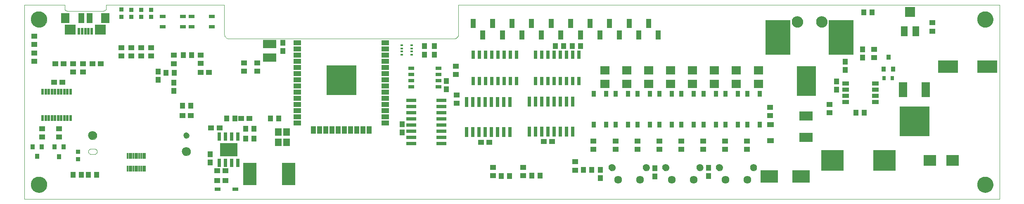
<source format=gts>
G75*
%MOIN*%
%OFA0B0*%
%FSLAX25Y25*%
%IPPOS*%
%LPD*%
%AMOC8*
5,1,8,0,0,1.08239X$1,22.5*
%
%ADD10C,0.00000*%
%ADD11C,0.12998*%
%ADD12R,0.04731X0.04337*%
%ADD13R,0.04337X0.04731*%
%ADD14R,0.11030X0.06699*%
%ADD15R,0.01975X0.04900*%
%ADD16R,0.06306X0.03943*%
%ADD17R,0.03943X0.06306*%
%ADD18R,0.24022X0.24022*%
%ADD19R,0.03550X0.04337*%
%ADD20R,0.02762X0.03550*%
%ADD21R,0.18117X0.16935*%
%ADD22R,0.05400X0.03235*%
%ADD23R,0.10243X0.09061*%
%ADD24R,0.08274X0.08274*%
%ADD25R,0.05518X0.08274*%
%ADD26R,0.16148X0.10243*%
%ADD27R,0.03550X0.03943*%
%ADD28R,0.01975X0.05715*%
%ADD29R,0.08668X0.08274*%
%ADD30R,0.05124X0.07880*%
%ADD31R,0.06699X0.07880*%
%ADD32R,0.03550X0.03550*%
%ADD33R,0.04534X0.02959*%
%ADD34R,0.20085X0.27959*%
%ADD35C,0.09061*%
%ADD36R,0.15361X0.24416*%
%ADD37R,0.05203X0.03983*%
%ADD38R,0.02369X0.01778*%
%ADD39R,0.03550X0.05124*%
%ADD40R,0.07487X0.06699*%
%ADD41R,0.01187X0.04888*%
%ADD42C,0.04731*%
%ADD43C,0.07093*%
%ADD44R,0.02762X0.06502*%
%ADD45R,0.08400X0.03000*%
%ADD46R,0.03904X0.07683*%
%ADD47R,0.03000X0.08400*%
%ADD48R,0.06699X0.12211*%
%ADD49R,0.11030X0.07487*%
%ADD50C,0.06337*%
%ADD51C,0.05518*%
%ADD52R,0.10636X0.18117*%
%ADD53R,0.14219X0.10715*%
%ADD54R,0.02802X0.06699*%
%ADD55R,0.05518X0.06306*%
%ADD56R,0.05124X0.02762*%
%ADD57R,0.14180X0.10243*%
%ADD58R,0.05124X0.03156*%
D10*
X0060586Y0028959D02*
X0060586Y0186439D01*
X0093066Y0186439D01*
X0093066Y0183487D01*
X0093068Y0183401D01*
X0093073Y0183315D01*
X0093083Y0183230D01*
X0093096Y0183145D01*
X0093113Y0183061D01*
X0093133Y0182977D01*
X0093157Y0182895D01*
X0093185Y0182814D01*
X0093216Y0182733D01*
X0093250Y0182655D01*
X0093288Y0182578D01*
X0093330Y0182503D01*
X0093374Y0182429D01*
X0093422Y0182358D01*
X0093473Y0182288D01*
X0093527Y0182221D01*
X0093583Y0182157D01*
X0093643Y0182095D01*
X0093705Y0182035D01*
X0093769Y0181979D01*
X0093836Y0181925D01*
X0093906Y0181874D01*
X0093977Y0181826D01*
X0094051Y0181782D01*
X0094126Y0181740D01*
X0094203Y0181702D01*
X0094281Y0181668D01*
X0094362Y0181637D01*
X0094443Y0181609D01*
X0094525Y0181585D01*
X0094609Y0181565D01*
X0094693Y0181548D01*
X0094778Y0181535D01*
X0094863Y0181525D01*
X0094949Y0181520D01*
X0095035Y0181518D01*
X0124562Y0181518D01*
X0124648Y0181520D01*
X0124734Y0181525D01*
X0124819Y0181535D01*
X0124904Y0181548D01*
X0124988Y0181565D01*
X0125072Y0181585D01*
X0125154Y0181609D01*
X0125235Y0181637D01*
X0125316Y0181668D01*
X0125394Y0181702D01*
X0125471Y0181740D01*
X0125547Y0181782D01*
X0125620Y0181826D01*
X0125691Y0181874D01*
X0125761Y0181925D01*
X0125828Y0181979D01*
X0125892Y0182035D01*
X0125954Y0182095D01*
X0126014Y0182157D01*
X0126070Y0182221D01*
X0126124Y0182288D01*
X0126175Y0182358D01*
X0126223Y0182429D01*
X0126267Y0182503D01*
X0126309Y0182578D01*
X0126347Y0182655D01*
X0126381Y0182733D01*
X0126412Y0182814D01*
X0126440Y0182895D01*
X0126464Y0182977D01*
X0126484Y0183061D01*
X0126501Y0183145D01*
X0126514Y0183230D01*
X0126524Y0183315D01*
X0126529Y0183401D01*
X0126531Y0183487D01*
X0126531Y0186439D01*
X0222003Y0186439D01*
X0222003Y0162817D01*
X0222005Y0162693D01*
X0222011Y0162570D01*
X0222020Y0162446D01*
X0222034Y0162324D01*
X0222051Y0162201D01*
X0222073Y0162079D01*
X0222098Y0161958D01*
X0222127Y0161838D01*
X0222159Y0161719D01*
X0222196Y0161600D01*
X0222236Y0161483D01*
X0222279Y0161368D01*
X0222327Y0161253D01*
X0222378Y0161141D01*
X0222432Y0161030D01*
X0222490Y0160920D01*
X0222551Y0160813D01*
X0222616Y0160707D01*
X0222684Y0160604D01*
X0222755Y0160503D01*
X0222829Y0160404D01*
X0222906Y0160307D01*
X0222987Y0160213D01*
X0223070Y0160122D01*
X0223156Y0160033D01*
X0223245Y0159947D01*
X0223336Y0159864D01*
X0223430Y0159783D01*
X0223527Y0159706D01*
X0223626Y0159632D01*
X0223727Y0159561D01*
X0223830Y0159493D01*
X0223936Y0159428D01*
X0224043Y0159367D01*
X0224153Y0159309D01*
X0224264Y0159255D01*
X0224376Y0159204D01*
X0224491Y0159156D01*
X0224606Y0159113D01*
X0224723Y0159073D01*
X0224842Y0159036D01*
X0224961Y0159004D01*
X0225081Y0158975D01*
X0225202Y0158950D01*
X0225324Y0158928D01*
X0225447Y0158911D01*
X0225569Y0158897D01*
X0225693Y0158888D01*
X0225816Y0158882D01*
X0225940Y0158880D01*
X0407043Y0158880D01*
X0407167Y0158882D01*
X0407290Y0158888D01*
X0407414Y0158897D01*
X0407536Y0158911D01*
X0407659Y0158928D01*
X0407781Y0158950D01*
X0407902Y0158975D01*
X0408022Y0159004D01*
X0408141Y0159036D01*
X0408260Y0159073D01*
X0408377Y0159113D01*
X0408492Y0159156D01*
X0408607Y0159204D01*
X0408719Y0159255D01*
X0408830Y0159309D01*
X0408940Y0159367D01*
X0409047Y0159428D01*
X0409153Y0159493D01*
X0409256Y0159561D01*
X0409357Y0159632D01*
X0409456Y0159706D01*
X0409553Y0159783D01*
X0409647Y0159864D01*
X0409738Y0159947D01*
X0409827Y0160033D01*
X0409913Y0160122D01*
X0409996Y0160213D01*
X0410077Y0160307D01*
X0410154Y0160404D01*
X0410228Y0160503D01*
X0410299Y0160604D01*
X0410367Y0160707D01*
X0410432Y0160813D01*
X0410493Y0160920D01*
X0410551Y0161030D01*
X0410605Y0161141D01*
X0410656Y0161253D01*
X0410704Y0161368D01*
X0410747Y0161483D01*
X0410787Y0161600D01*
X0410824Y0161719D01*
X0410856Y0161838D01*
X0410885Y0161958D01*
X0410910Y0162079D01*
X0410932Y0162201D01*
X0410949Y0162324D01*
X0410963Y0162446D01*
X0410972Y0162570D01*
X0410978Y0162693D01*
X0410980Y0162817D01*
X0410980Y0186439D01*
X0847987Y0186439D01*
X0847987Y0028959D01*
X0060586Y0028959D01*
X0066098Y0040770D02*
X0066100Y0040928D01*
X0066106Y0041086D01*
X0066116Y0041244D01*
X0066130Y0041402D01*
X0066148Y0041559D01*
X0066169Y0041716D01*
X0066195Y0041872D01*
X0066225Y0042028D01*
X0066258Y0042183D01*
X0066296Y0042336D01*
X0066337Y0042489D01*
X0066382Y0042641D01*
X0066431Y0042792D01*
X0066484Y0042941D01*
X0066540Y0043089D01*
X0066600Y0043235D01*
X0066664Y0043380D01*
X0066732Y0043523D01*
X0066803Y0043665D01*
X0066877Y0043805D01*
X0066955Y0043942D01*
X0067037Y0044078D01*
X0067121Y0044212D01*
X0067210Y0044343D01*
X0067301Y0044472D01*
X0067396Y0044599D01*
X0067493Y0044724D01*
X0067594Y0044846D01*
X0067698Y0044965D01*
X0067805Y0045082D01*
X0067915Y0045196D01*
X0068028Y0045307D01*
X0068143Y0045416D01*
X0068261Y0045521D01*
X0068382Y0045623D01*
X0068505Y0045723D01*
X0068631Y0045819D01*
X0068759Y0045912D01*
X0068889Y0046002D01*
X0069022Y0046088D01*
X0069157Y0046172D01*
X0069293Y0046251D01*
X0069432Y0046328D01*
X0069573Y0046400D01*
X0069715Y0046470D01*
X0069859Y0046535D01*
X0070005Y0046597D01*
X0070152Y0046655D01*
X0070301Y0046710D01*
X0070451Y0046761D01*
X0070602Y0046808D01*
X0070754Y0046851D01*
X0070907Y0046890D01*
X0071062Y0046926D01*
X0071217Y0046957D01*
X0071373Y0046985D01*
X0071529Y0047009D01*
X0071686Y0047029D01*
X0071844Y0047045D01*
X0072001Y0047057D01*
X0072160Y0047065D01*
X0072318Y0047069D01*
X0072476Y0047069D01*
X0072634Y0047065D01*
X0072793Y0047057D01*
X0072950Y0047045D01*
X0073108Y0047029D01*
X0073265Y0047009D01*
X0073421Y0046985D01*
X0073577Y0046957D01*
X0073732Y0046926D01*
X0073887Y0046890D01*
X0074040Y0046851D01*
X0074192Y0046808D01*
X0074343Y0046761D01*
X0074493Y0046710D01*
X0074642Y0046655D01*
X0074789Y0046597D01*
X0074935Y0046535D01*
X0075079Y0046470D01*
X0075221Y0046400D01*
X0075362Y0046328D01*
X0075501Y0046251D01*
X0075637Y0046172D01*
X0075772Y0046088D01*
X0075905Y0046002D01*
X0076035Y0045912D01*
X0076163Y0045819D01*
X0076289Y0045723D01*
X0076412Y0045623D01*
X0076533Y0045521D01*
X0076651Y0045416D01*
X0076766Y0045307D01*
X0076879Y0045196D01*
X0076989Y0045082D01*
X0077096Y0044965D01*
X0077200Y0044846D01*
X0077301Y0044724D01*
X0077398Y0044599D01*
X0077493Y0044472D01*
X0077584Y0044343D01*
X0077673Y0044212D01*
X0077757Y0044078D01*
X0077839Y0043942D01*
X0077917Y0043805D01*
X0077991Y0043665D01*
X0078062Y0043523D01*
X0078130Y0043380D01*
X0078194Y0043235D01*
X0078254Y0043089D01*
X0078310Y0042941D01*
X0078363Y0042792D01*
X0078412Y0042641D01*
X0078457Y0042489D01*
X0078498Y0042336D01*
X0078536Y0042183D01*
X0078569Y0042028D01*
X0078599Y0041872D01*
X0078625Y0041716D01*
X0078646Y0041559D01*
X0078664Y0041402D01*
X0078678Y0041244D01*
X0078688Y0041086D01*
X0078694Y0040928D01*
X0078696Y0040770D01*
X0078694Y0040612D01*
X0078688Y0040454D01*
X0078678Y0040296D01*
X0078664Y0040138D01*
X0078646Y0039981D01*
X0078625Y0039824D01*
X0078599Y0039668D01*
X0078569Y0039512D01*
X0078536Y0039357D01*
X0078498Y0039204D01*
X0078457Y0039051D01*
X0078412Y0038899D01*
X0078363Y0038748D01*
X0078310Y0038599D01*
X0078254Y0038451D01*
X0078194Y0038305D01*
X0078130Y0038160D01*
X0078062Y0038017D01*
X0077991Y0037875D01*
X0077917Y0037735D01*
X0077839Y0037598D01*
X0077757Y0037462D01*
X0077673Y0037328D01*
X0077584Y0037197D01*
X0077493Y0037068D01*
X0077398Y0036941D01*
X0077301Y0036816D01*
X0077200Y0036694D01*
X0077096Y0036575D01*
X0076989Y0036458D01*
X0076879Y0036344D01*
X0076766Y0036233D01*
X0076651Y0036124D01*
X0076533Y0036019D01*
X0076412Y0035917D01*
X0076289Y0035817D01*
X0076163Y0035721D01*
X0076035Y0035628D01*
X0075905Y0035538D01*
X0075772Y0035452D01*
X0075637Y0035368D01*
X0075501Y0035289D01*
X0075362Y0035212D01*
X0075221Y0035140D01*
X0075079Y0035070D01*
X0074935Y0035005D01*
X0074789Y0034943D01*
X0074642Y0034885D01*
X0074493Y0034830D01*
X0074343Y0034779D01*
X0074192Y0034732D01*
X0074040Y0034689D01*
X0073887Y0034650D01*
X0073732Y0034614D01*
X0073577Y0034583D01*
X0073421Y0034555D01*
X0073265Y0034531D01*
X0073108Y0034511D01*
X0072950Y0034495D01*
X0072793Y0034483D01*
X0072634Y0034475D01*
X0072476Y0034471D01*
X0072318Y0034471D01*
X0072160Y0034475D01*
X0072001Y0034483D01*
X0071844Y0034495D01*
X0071686Y0034511D01*
X0071529Y0034531D01*
X0071373Y0034555D01*
X0071217Y0034583D01*
X0071062Y0034614D01*
X0070907Y0034650D01*
X0070754Y0034689D01*
X0070602Y0034732D01*
X0070451Y0034779D01*
X0070301Y0034830D01*
X0070152Y0034885D01*
X0070005Y0034943D01*
X0069859Y0035005D01*
X0069715Y0035070D01*
X0069573Y0035140D01*
X0069432Y0035212D01*
X0069293Y0035289D01*
X0069157Y0035368D01*
X0069022Y0035452D01*
X0068889Y0035538D01*
X0068759Y0035628D01*
X0068631Y0035721D01*
X0068505Y0035817D01*
X0068382Y0035917D01*
X0068261Y0036019D01*
X0068143Y0036124D01*
X0068028Y0036233D01*
X0067915Y0036344D01*
X0067805Y0036458D01*
X0067698Y0036575D01*
X0067594Y0036694D01*
X0067493Y0036816D01*
X0067396Y0036941D01*
X0067301Y0037068D01*
X0067210Y0037197D01*
X0067121Y0037328D01*
X0067037Y0037462D01*
X0066955Y0037598D01*
X0066877Y0037735D01*
X0066803Y0037875D01*
X0066732Y0038017D01*
X0066664Y0038160D01*
X0066600Y0038305D01*
X0066540Y0038451D01*
X0066484Y0038599D01*
X0066431Y0038748D01*
X0066382Y0038899D01*
X0066337Y0039051D01*
X0066296Y0039204D01*
X0066258Y0039357D01*
X0066225Y0039512D01*
X0066195Y0039668D01*
X0066169Y0039824D01*
X0066148Y0039981D01*
X0066130Y0040138D01*
X0066116Y0040296D01*
X0066106Y0040454D01*
X0066100Y0040612D01*
X0066098Y0040770D01*
X0114326Y0065376D02*
X0117082Y0065376D01*
X0117082Y0065377D02*
X0117174Y0065379D01*
X0117266Y0065385D01*
X0117357Y0065395D01*
X0117448Y0065408D01*
X0117538Y0065426D01*
X0117628Y0065447D01*
X0117716Y0065472D01*
X0117803Y0065501D01*
X0117889Y0065533D01*
X0117974Y0065569D01*
X0118057Y0065609D01*
X0118138Y0065652D01*
X0118217Y0065698D01*
X0118294Y0065748D01*
X0118369Y0065801D01*
X0118442Y0065858D01*
X0118512Y0065917D01*
X0118580Y0065979D01*
X0118645Y0066044D01*
X0118707Y0066112D01*
X0118766Y0066182D01*
X0118823Y0066255D01*
X0118876Y0066330D01*
X0118926Y0066407D01*
X0118972Y0066486D01*
X0119015Y0066567D01*
X0119055Y0066650D01*
X0119091Y0066735D01*
X0119123Y0066821D01*
X0119152Y0066908D01*
X0119177Y0066996D01*
X0119198Y0067086D01*
X0119216Y0067176D01*
X0119229Y0067267D01*
X0119239Y0067358D01*
X0119245Y0067450D01*
X0119247Y0067542D01*
X0119245Y0067634D01*
X0119239Y0067726D01*
X0119229Y0067817D01*
X0119216Y0067908D01*
X0119198Y0067998D01*
X0119177Y0068088D01*
X0119152Y0068176D01*
X0119123Y0068263D01*
X0119091Y0068349D01*
X0119055Y0068434D01*
X0119015Y0068517D01*
X0118972Y0068598D01*
X0118926Y0068677D01*
X0118876Y0068754D01*
X0118823Y0068829D01*
X0118766Y0068902D01*
X0118707Y0068972D01*
X0118645Y0069040D01*
X0118580Y0069105D01*
X0118512Y0069167D01*
X0118442Y0069226D01*
X0118369Y0069283D01*
X0118294Y0069336D01*
X0118217Y0069386D01*
X0118138Y0069432D01*
X0118057Y0069475D01*
X0117974Y0069515D01*
X0117889Y0069551D01*
X0117803Y0069583D01*
X0117716Y0069612D01*
X0117628Y0069637D01*
X0117538Y0069658D01*
X0117448Y0069676D01*
X0117357Y0069689D01*
X0117266Y0069699D01*
X0117174Y0069705D01*
X0117082Y0069707D01*
X0114326Y0069707D01*
X0114326Y0069708D02*
X0114234Y0069702D01*
X0114143Y0069692D01*
X0114052Y0069678D01*
X0113962Y0069660D01*
X0113873Y0069639D01*
X0113784Y0069613D01*
X0113697Y0069584D01*
X0113611Y0069552D01*
X0113527Y0069516D01*
X0113444Y0069476D01*
X0113363Y0069433D01*
X0113284Y0069386D01*
X0113207Y0069336D01*
X0113132Y0069283D01*
X0113059Y0069226D01*
X0112989Y0069167D01*
X0112922Y0069105D01*
X0112857Y0069040D01*
X0112795Y0068972D01*
X0112735Y0068902D01*
X0112679Y0068829D01*
X0112626Y0068754D01*
X0112577Y0068677D01*
X0112530Y0068598D01*
X0112487Y0068516D01*
X0112448Y0068433D01*
X0112412Y0068349D01*
X0112379Y0068263D01*
X0112351Y0068176D01*
X0112326Y0068087D01*
X0112304Y0067998D01*
X0112287Y0067908D01*
X0112273Y0067817D01*
X0112264Y0067726D01*
X0112258Y0067634D01*
X0112256Y0067542D01*
X0112258Y0067450D01*
X0112264Y0067358D01*
X0112273Y0067267D01*
X0112287Y0067176D01*
X0112304Y0067086D01*
X0112326Y0066997D01*
X0112351Y0066908D01*
X0112379Y0066821D01*
X0112412Y0066735D01*
X0112448Y0066651D01*
X0112487Y0066568D01*
X0112530Y0066486D01*
X0112577Y0066407D01*
X0112626Y0066330D01*
X0112679Y0066255D01*
X0112735Y0066182D01*
X0112795Y0066112D01*
X0112857Y0066044D01*
X0112922Y0065979D01*
X0112989Y0065917D01*
X0113059Y0065858D01*
X0113132Y0065801D01*
X0113207Y0065748D01*
X0113284Y0065698D01*
X0113363Y0065651D01*
X0113444Y0065608D01*
X0113527Y0065568D01*
X0113611Y0065532D01*
X0113697Y0065500D01*
X0113784Y0065471D01*
X0113873Y0065445D01*
X0113962Y0065424D01*
X0114052Y0065406D01*
X0114143Y0065392D01*
X0114234Y0065382D01*
X0114326Y0065376D01*
X0112358Y0080534D02*
X0112360Y0080649D01*
X0112366Y0080765D01*
X0112376Y0080880D01*
X0112390Y0080995D01*
X0112408Y0081109D01*
X0112430Y0081222D01*
X0112455Y0081335D01*
X0112485Y0081446D01*
X0112518Y0081557D01*
X0112555Y0081666D01*
X0112596Y0081774D01*
X0112641Y0081881D01*
X0112689Y0081986D01*
X0112741Y0082089D01*
X0112797Y0082190D01*
X0112856Y0082290D01*
X0112918Y0082387D01*
X0112984Y0082482D01*
X0113052Y0082575D01*
X0113124Y0082665D01*
X0113199Y0082753D01*
X0113278Y0082838D01*
X0113359Y0082920D01*
X0113442Y0083000D01*
X0113529Y0083076D01*
X0113618Y0083150D01*
X0113709Y0083220D01*
X0113803Y0083288D01*
X0113899Y0083352D01*
X0113998Y0083412D01*
X0114098Y0083469D01*
X0114200Y0083523D01*
X0114304Y0083573D01*
X0114410Y0083620D01*
X0114517Y0083663D01*
X0114626Y0083702D01*
X0114736Y0083737D01*
X0114847Y0083768D01*
X0114959Y0083796D01*
X0115072Y0083820D01*
X0115186Y0083840D01*
X0115301Y0083856D01*
X0115416Y0083868D01*
X0115531Y0083876D01*
X0115646Y0083880D01*
X0115762Y0083880D01*
X0115877Y0083876D01*
X0115992Y0083868D01*
X0116107Y0083856D01*
X0116222Y0083840D01*
X0116336Y0083820D01*
X0116449Y0083796D01*
X0116561Y0083768D01*
X0116672Y0083737D01*
X0116782Y0083702D01*
X0116891Y0083663D01*
X0116998Y0083620D01*
X0117104Y0083573D01*
X0117208Y0083523D01*
X0117310Y0083469D01*
X0117410Y0083412D01*
X0117509Y0083352D01*
X0117605Y0083288D01*
X0117699Y0083220D01*
X0117790Y0083150D01*
X0117879Y0083076D01*
X0117966Y0083000D01*
X0118049Y0082920D01*
X0118130Y0082838D01*
X0118209Y0082753D01*
X0118284Y0082665D01*
X0118356Y0082575D01*
X0118424Y0082482D01*
X0118490Y0082387D01*
X0118552Y0082290D01*
X0118611Y0082190D01*
X0118667Y0082089D01*
X0118719Y0081986D01*
X0118767Y0081881D01*
X0118812Y0081774D01*
X0118853Y0081666D01*
X0118890Y0081557D01*
X0118923Y0081446D01*
X0118953Y0081335D01*
X0118978Y0081222D01*
X0119000Y0081109D01*
X0119018Y0080995D01*
X0119032Y0080880D01*
X0119042Y0080765D01*
X0119048Y0080649D01*
X0119050Y0080534D01*
X0119048Y0080419D01*
X0119042Y0080303D01*
X0119032Y0080188D01*
X0119018Y0080073D01*
X0119000Y0079959D01*
X0118978Y0079846D01*
X0118953Y0079733D01*
X0118923Y0079622D01*
X0118890Y0079511D01*
X0118853Y0079402D01*
X0118812Y0079294D01*
X0118767Y0079187D01*
X0118719Y0079082D01*
X0118667Y0078979D01*
X0118611Y0078878D01*
X0118552Y0078778D01*
X0118490Y0078681D01*
X0118424Y0078586D01*
X0118356Y0078493D01*
X0118284Y0078403D01*
X0118209Y0078315D01*
X0118130Y0078230D01*
X0118049Y0078148D01*
X0117966Y0078068D01*
X0117879Y0077992D01*
X0117790Y0077918D01*
X0117699Y0077848D01*
X0117605Y0077780D01*
X0117509Y0077716D01*
X0117410Y0077656D01*
X0117310Y0077599D01*
X0117208Y0077545D01*
X0117104Y0077495D01*
X0116998Y0077448D01*
X0116891Y0077405D01*
X0116782Y0077366D01*
X0116672Y0077331D01*
X0116561Y0077300D01*
X0116449Y0077272D01*
X0116336Y0077248D01*
X0116222Y0077228D01*
X0116107Y0077212D01*
X0115992Y0077200D01*
X0115877Y0077192D01*
X0115762Y0077188D01*
X0115646Y0077188D01*
X0115531Y0077192D01*
X0115416Y0077200D01*
X0115301Y0077212D01*
X0115186Y0077228D01*
X0115072Y0077248D01*
X0114959Y0077272D01*
X0114847Y0077300D01*
X0114736Y0077331D01*
X0114626Y0077366D01*
X0114517Y0077405D01*
X0114410Y0077448D01*
X0114304Y0077495D01*
X0114200Y0077545D01*
X0114098Y0077599D01*
X0113998Y0077656D01*
X0113899Y0077716D01*
X0113803Y0077780D01*
X0113709Y0077848D01*
X0113618Y0077918D01*
X0113529Y0077992D01*
X0113442Y0078068D01*
X0113359Y0078148D01*
X0113278Y0078230D01*
X0113199Y0078315D01*
X0113124Y0078403D01*
X0113052Y0078493D01*
X0112984Y0078586D01*
X0112918Y0078681D01*
X0112856Y0078778D01*
X0112797Y0078878D01*
X0112741Y0078979D01*
X0112689Y0079082D01*
X0112641Y0079187D01*
X0112596Y0079294D01*
X0112555Y0079402D01*
X0112518Y0079511D01*
X0112485Y0079622D01*
X0112455Y0079733D01*
X0112430Y0079846D01*
X0112408Y0079959D01*
X0112390Y0080073D01*
X0112376Y0080188D01*
X0112366Y0080303D01*
X0112360Y0080419D01*
X0112358Y0080534D01*
X0189130Y0080534D02*
X0189132Y0080627D01*
X0189138Y0080719D01*
X0189148Y0080811D01*
X0189162Y0080902D01*
X0189179Y0080993D01*
X0189201Y0081083D01*
X0189226Y0081172D01*
X0189255Y0081260D01*
X0189288Y0081346D01*
X0189325Y0081431D01*
X0189365Y0081515D01*
X0189409Y0081596D01*
X0189456Y0081676D01*
X0189506Y0081754D01*
X0189560Y0081829D01*
X0189617Y0081902D01*
X0189677Y0081972D01*
X0189740Y0082040D01*
X0189806Y0082105D01*
X0189874Y0082167D01*
X0189945Y0082227D01*
X0190019Y0082283D01*
X0190095Y0082336D01*
X0190173Y0082385D01*
X0190253Y0082432D01*
X0190335Y0082474D01*
X0190419Y0082514D01*
X0190504Y0082549D01*
X0190591Y0082581D01*
X0190679Y0082610D01*
X0190768Y0082634D01*
X0190858Y0082655D01*
X0190949Y0082671D01*
X0191041Y0082684D01*
X0191133Y0082693D01*
X0191226Y0082698D01*
X0191318Y0082699D01*
X0191411Y0082696D01*
X0191503Y0082689D01*
X0191595Y0082678D01*
X0191686Y0082663D01*
X0191777Y0082645D01*
X0191867Y0082622D01*
X0191955Y0082596D01*
X0192043Y0082566D01*
X0192129Y0082532D01*
X0192213Y0082495D01*
X0192296Y0082453D01*
X0192377Y0082409D01*
X0192457Y0082361D01*
X0192534Y0082310D01*
X0192608Y0082255D01*
X0192681Y0082197D01*
X0192751Y0082137D01*
X0192818Y0082073D01*
X0192882Y0082007D01*
X0192944Y0081937D01*
X0193002Y0081866D01*
X0193057Y0081792D01*
X0193109Y0081715D01*
X0193158Y0081636D01*
X0193204Y0081556D01*
X0193246Y0081473D01*
X0193284Y0081389D01*
X0193319Y0081303D01*
X0193350Y0081216D01*
X0193377Y0081128D01*
X0193400Y0081038D01*
X0193420Y0080948D01*
X0193436Y0080857D01*
X0193448Y0080765D01*
X0193456Y0080673D01*
X0193460Y0080580D01*
X0193460Y0080488D01*
X0193456Y0080395D01*
X0193448Y0080303D01*
X0193436Y0080211D01*
X0193420Y0080120D01*
X0193400Y0080030D01*
X0193377Y0079940D01*
X0193350Y0079852D01*
X0193319Y0079765D01*
X0193284Y0079679D01*
X0193246Y0079595D01*
X0193204Y0079512D01*
X0193158Y0079432D01*
X0193109Y0079353D01*
X0193057Y0079276D01*
X0193002Y0079202D01*
X0192944Y0079131D01*
X0192882Y0079061D01*
X0192818Y0078995D01*
X0192751Y0078931D01*
X0192681Y0078871D01*
X0192608Y0078813D01*
X0192534Y0078758D01*
X0192457Y0078707D01*
X0192378Y0078659D01*
X0192296Y0078615D01*
X0192213Y0078573D01*
X0192129Y0078536D01*
X0192043Y0078502D01*
X0191955Y0078472D01*
X0191867Y0078446D01*
X0191777Y0078423D01*
X0191686Y0078405D01*
X0191595Y0078390D01*
X0191503Y0078379D01*
X0191411Y0078372D01*
X0191318Y0078369D01*
X0191226Y0078370D01*
X0191133Y0078375D01*
X0191041Y0078384D01*
X0190949Y0078397D01*
X0190858Y0078413D01*
X0190768Y0078434D01*
X0190679Y0078458D01*
X0190591Y0078487D01*
X0190504Y0078519D01*
X0190419Y0078554D01*
X0190335Y0078594D01*
X0190253Y0078636D01*
X0190173Y0078683D01*
X0190095Y0078732D01*
X0190019Y0078785D01*
X0189945Y0078841D01*
X0189874Y0078901D01*
X0189806Y0078963D01*
X0189740Y0079028D01*
X0189677Y0079096D01*
X0189617Y0079166D01*
X0189560Y0079239D01*
X0189506Y0079314D01*
X0189456Y0079392D01*
X0189409Y0079472D01*
X0189365Y0079553D01*
X0189325Y0079637D01*
X0189288Y0079722D01*
X0189255Y0079808D01*
X0189226Y0079896D01*
X0189201Y0079985D01*
X0189179Y0080075D01*
X0189162Y0080166D01*
X0189148Y0080257D01*
X0189138Y0080349D01*
X0189132Y0080441D01*
X0189130Y0080534D01*
X0187949Y0067542D02*
X0187951Y0067657D01*
X0187957Y0067773D01*
X0187967Y0067888D01*
X0187981Y0068003D01*
X0187999Y0068117D01*
X0188021Y0068230D01*
X0188046Y0068343D01*
X0188076Y0068454D01*
X0188109Y0068565D01*
X0188146Y0068674D01*
X0188187Y0068782D01*
X0188232Y0068889D01*
X0188280Y0068994D01*
X0188332Y0069097D01*
X0188388Y0069198D01*
X0188447Y0069298D01*
X0188509Y0069395D01*
X0188575Y0069490D01*
X0188643Y0069583D01*
X0188715Y0069673D01*
X0188790Y0069761D01*
X0188869Y0069846D01*
X0188950Y0069928D01*
X0189033Y0070008D01*
X0189120Y0070084D01*
X0189209Y0070158D01*
X0189300Y0070228D01*
X0189394Y0070296D01*
X0189490Y0070360D01*
X0189589Y0070420D01*
X0189689Y0070477D01*
X0189791Y0070531D01*
X0189895Y0070581D01*
X0190001Y0070628D01*
X0190108Y0070671D01*
X0190217Y0070710D01*
X0190327Y0070745D01*
X0190438Y0070776D01*
X0190550Y0070804D01*
X0190663Y0070828D01*
X0190777Y0070848D01*
X0190892Y0070864D01*
X0191007Y0070876D01*
X0191122Y0070884D01*
X0191237Y0070888D01*
X0191353Y0070888D01*
X0191468Y0070884D01*
X0191583Y0070876D01*
X0191698Y0070864D01*
X0191813Y0070848D01*
X0191927Y0070828D01*
X0192040Y0070804D01*
X0192152Y0070776D01*
X0192263Y0070745D01*
X0192373Y0070710D01*
X0192482Y0070671D01*
X0192589Y0070628D01*
X0192695Y0070581D01*
X0192799Y0070531D01*
X0192901Y0070477D01*
X0193001Y0070420D01*
X0193100Y0070360D01*
X0193196Y0070296D01*
X0193290Y0070228D01*
X0193381Y0070158D01*
X0193470Y0070084D01*
X0193557Y0070008D01*
X0193640Y0069928D01*
X0193721Y0069846D01*
X0193800Y0069761D01*
X0193875Y0069673D01*
X0193947Y0069583D01*
X0194015Y0069490D01*
X0194081Y0069395D01*
X0194143Y0069298D01*
X0194202Y0069198D01*
X0194258Y0069097D01*
X0194310Y0068994D01*
X0194358Y0068889D01*
X0194403Y0068782D01*
X0194444Y0068674D01*
X0194481Y0068565D01*
X0194514Y0068454D01*
X0194544Y0068343D01*
X0194569Y0068230D01*
X0194591Y0068117D01*
X0194609Y0068003D01*
X0194623Y0067888D01*
X0194633Y0067773D01*
X0194639Y0067657D01*
X0194641Y0067542D01*
X0194639Y0067427D01*
X0194633Y0067311D01*
X0194623Y0067196D01*
X0194609Y0067081D01*
X0194591Y0066967D01*
X0194569Y0066854D01*
X0194544Y0066741D01*
X0194514Y0066630D01*
X0194481Y0066519D01*
X0194444Y0066410D01*
X0194403Y0066302D01*
X0194358Y0066195D01*
X0194310Y0066090D01*
X0194258Y0065987D01*
X0194202Y0065886D01*
X0194143Y0065786D01*
X0194081Y0065689D01*
X0194015Y0065594D01*
X0193947Y0065501D01*
X0193875Y0065411D01*
X0193800Y0065323D01*
X0193721Y0065238D01*
X0193640Y0065156D01*
X0193557Y0065076D01*
X0193470Y0065000D01*
X0193381Y0064926D01*
X0193290Y0064856D01*
X0193196Y0064788D01*
X0193100Y0064724D01*
X0193001Y0064664D01*
X0192901Y0064607D01*
X0192799Y0064553D01*
X0192695Y0064503D01*
X0192589Y0064456D01*
X0192482Y0064413D01*
X0192373Y0064374D01*
X0192263Y0064339D01*
X0192152Y0064308D01*
X0192040Y0064280D01*
X0191927Y0064256D01*
X0191813Y0064236D01*
X0191698Y0064220D01*
X0191583Y0064208D01*
X0191468Y0064200D01*
X0191353Y0064196D01*
X0191237Y0064196D01*
X0191122Y0064200D01*
X0191007Y0064208D01*
X0190892Y0064220D01*
X0190777Y0064236D01*
X0190663Y0064256D01*
X0190550Y0064280D01*
X0190438Y0064308D01*
X0190327Y0064339D01*
X0190217Y0064374D01*
X0190108Y0064413D01*
X0190001Y0064456D01*
X0189895Y0064503D01*
X0189791Y0064553D01*
X0189689Y0064607D01*
X0189589Y0064664D01*
X0189490Y0064724D01*
X0189394Y0064788D01*
X0189300Y0064856D01*
X0189209Y0064926D01*
X0189120Y0065000D01*
X0189033Y0065076D01*
X0188950Y0065156D01*
X0188869Y0065238D01*
X0188790Y0065323D01*
X0188715Y0065411D01*
X0188643Y0065501D01*
X0188575Y0065594D01*
X0188509Y0065689D01*
X0188447Y0065786D01*
X0188388Y0065886D01*
X0188332Y0065987D01*
X0188280Y0066090D01*
X0188232Y0066195D01*
X0188187Y0066302D01*
X0188146Y0066410D01*
X0188109Y0066519D01*
X0188076Y0066630D01*
X0188046Y0066741D01*
X0188021Y0066854D01*
X0187999Y0066967D01*
X0187981Y0067081D01*
X0187967Y0067196D01*
X0187957Y0067311D01*
X0187951Y0067427D01*
X0187949Y0067542D01*
X0066098Y0174628D02*
X0066100Y0174786D01*
X0066106Y0174944D01*
X0066116Y0175102D01*
X0066130Y0175260D01*
X0066148Y0175417D01*
X0066169Y0175574D01*
X0066195Y0175730D01*
X0066225Y0175886D01*
X0066258Y0176041D01*
X0066296Y0176194D01*
X0066337Y0176347D01*
X0066382Y0176499D01*
X0066431Y0176650D01*
X0066484Y0176799D01*
X0066540Y0176947D01*
X0066600Y0177093D01*
X0066664Y0177238D01*
X0066732Y0177381D01*
X0066803Y0177523D01*
X0066877Y0177663D01*
X0066955Y0177800D01*
X0067037Y0177936D01*
X0067121Y0178070D01*
X0067210Y0178201D01*
X0067301Y0178330D01*
X0067396Y0178457D01*
X0067493Y0178582D01*
X0067594Y0178704D01*
X0067698Y0178823D01*
X0067805Y0178940D01*
X0067915Y0179054D01*
X0068028Y0179165D01*
X0068143Y0179274D01*
X0068261Y0179379D01*
X0068382Y0179481D01*
X0068505Y0179581D01*
X0068631Y0179677D01*
X0068759Y0179770D01*
X0068889Y0179860D01*
X0069022Y0179946D01*
X0069157Y0180030D01*
X0069293Y0180109D01*
X0069432Y0180186D01*
X0069573Y0180258D01*
X0069715Y0180328D01*
X0069859Y0180393D01*
X0070005Y0180455D01*
X0070152Y0180513D01*
X0070301Y0180568D01*
X0070451Y0180619D01*
X0070602Y0180666D01*
X0070754Y0180709D01*
X0070907Y0180748D01*
X0071062Y0180784D01*
X0071217Y0180815D01*
X0071373Y0180843D01*
X0071529Y0180867D01*
X0071686Y0180887D01*
X0071844Y0180903D01*
X0072001Y0180915D01*
X0072160Y0180923D01*
X0072318Y0180927D01*
X0072476Y0180927D01*
X0072634Y0180923D01*
X0072793Y0180915D01*
X0072950Y0180903D01*
X0073108Y0180887D01*
X0073265Y0180867D01*
X0073421Y0180843D01*
X0073577Y0180815D01*
X0073732Y0180784D01*
X0073887Y0180748D01*
X0074040Y0180709D01*
X0074192Y0180666D01*
X0074343Y0180619D01*
X0074493Y0180568D01*
X0074642Y0180513D01*
X0074789Y0180455D01*
X0074935Y0180393D01*
X0075079Y0180328D01*
X0075221Y0180258D01*
X0075362Y0180186D01*
X0075501Y0180109D01*
X0075637Y0180030D01*
X0075772Y0179946D01*
X0075905Y0179860D01*
X0076035Y0179770D01*
X0076163Y0179677D01*
X0076289Y0179581D01*
X0076412Y0179481D01*
X0076533Y0179379D01*
X0076651Y0179274D01*
X0076766Y0179165D01*
X0076879Y0179054D01*
X0076989Y0178940D01*
X0077096Y0178823D01*
X0077200Y0178704D01*
X0077301Y0178582D01*
X0077398Y0178457D01*
X0077493Y0178330D01*
X0077584Y0178201D01*
X0077673Y0178070D01*
X0077757Y0177936D01*
X0077839Y0177800D01*
X0077917Y0177663D01*
X0077991Y0177523D01*
X0078062Y0177381D01*
X0078130Y0177238D01*
X0078194Y0177093D01*
X0078254Y0176947D01*
X0078310Y0176799D01*
X0078363Y0176650D01*
X0078412Y0176499D01*
X0078457Y0176347D01*
X0078498Y0176194D01*
X0078536Y0176041D01*
X0078569Y0175886D01*
X0078599Y0175730D01*
X0078625Y0175574D01*
X0078646Y0175417D01*
X0078664Y0175260D01*
X0078678Y0175102D01*
X0078688Y0174944D01*
X0078694Y0174786D01*
X0078696Y0174628D01*
X0078694Y0174470D01*
X0078688Y0174312D01*
X0078678Y0174154D01*
X0078664Y0173996D01*
X0078646Y0173839D01*
X0078625Y0173682D01*
X0078599Y0173526D01*
X0078569Y0173370D01*
X0078536Y0173215D01*
X0078498Y0173062D01*
X0078457Y0172909D01*
X0078412Y0172757D01*
X0078363Y0172606D01*
X0078310Y0172457D01*
X0078254Y0172309D01*
X0078194Y0172163D01*
X0078130Y0172018D01*
X0078062Y0171875D01*
X0077991Y0171733D01*
X0077917Y0171593D01*
X0077839Y0171456D01*
X0077757Y0171320D01*
X0077673Y0171186D01*
X0077584Y0171055D01*
X0077493Y0170926D01*
X0077398Y0170799D01*
X0077301Y0170674D01*
X0077200Y0170552D01*
X0077096Y0170433D01*
X0076989Y0170316D01*
X0076879Y0170202D01*
X0076766Y0170091D01*
X0076651Y0169982D01*
X0076533Y0169877D01*
X0076412Y0169775D01*
X0076289Y0169675D01*
X0076163Y0169579D01*
X0076035Y0169486D01*
X0075905Y0169396D01*
X0075772Y0169310D01*
X0075637Y0169226D01*
X0075501Y0169147D01*
X0075362Y0169070D01*
X0075221Y0168998D01*
X0075079Y0168928D01*
X0074935Y0168863D01*
X0074789Y0168801D01*
X0074642Y0168743D01*
X0074493Y0168688D01*
X0074343Y0168637D01*
X0074192Y0168590D01*
X0074040Y0168547D01*
X0073887Y0168508D01*
X0073732Y0168472D01*
X0073577Y0168441D01*
X0073421Y0168413D01*
X0073265Y0168389D01*
X0073108Y0168369D01*
X0072950Y0168353D01*
X0072793Y0168341D01*
X0072634Y0168333D01*
X0072476Y0168329D01*
X0072318Y0168329D01*
X0072160Y0168333D01*
X0072001Y0168341D01*
X0071844Y0168353D01*
X0071686Y0168369D01*
X0071529Y0168389D01*
X0071373Y0168413D01*
X0071217Y0168441D01*
X0071062Y0168472D01*
X0070907Y0168508D01*
X0070754Y0168547D01*
X0070602Y0168590D01*
X0070451Y0168637D01*
X0070301Y0168688D01*
X0070152Y0168743D01*
X0070005Y0168801D01*
X0069859Y0168863D01*
X0069715Y0168928D01*
X0069573Y0168998D01*
X0069432Y0169070D01*
X0069293Y0169147D01*
X0069157Y0169226D01*
X0069022Y0169310D01*
X0068889Y0169396D01*
X0068759Y0169486D01*
X0068631Y0169579D01*
X0068505Y0169675D01*
X0068382Y0169775D01*
X0068261Y0169877D01*
X0068143Y0169982D01*
X0068028Y0170091D01*
X0067915Y0170202D01*
X0067805Y0170316D01*
X0067698Y0170433D01*
X0067594Y0170552D01*
X0067493Y0170674D01*
X0067396Y0170799D01*
X0067301Y0170926D01*
X0067210Y0171055D01*
X0067121Y0171186D01*
X0067037Y0171320D01*
X0066955Y0171456D01*
X0066877Y0171593D01*
X0066803Y0171733D01*
X0066732Y0171875D01*
X0066664Y0172018D01*
X0066600Y0172163D01*
X0066540Y0172309D01*
X0066484Y0172457D01*
X0066431Y0172606D01*
X0066382Y0172757D01*
X0066337Y0172909D01*
X0066296Y0173062D01*
X0066258Y0173215D01*
X0066225Y0173370D01*
X0066195Y0173526D01*
X0066169Y0173682D01*
X0066148Y0173839D01*
X0066130Y0173996D01*
X0066116Y0174154D01*
X0066106Y0174312D01*
X0066100Y0174470D01*
X0066098Y0174628D01*
X0532436Y0054550D02*
X0532438Y0054651D01*
X0532444Y0054752D01*
X0532454Y0054853D01*
X0532468Y0054953D01*
X0532486Y0055052D01*
X0532508Y0055151D01*
X0532533Y0055249D01*
X0532563Y0055346D01*
X0532596Y0055441D01*
X0532633Y0055535D01*
X0532674Y0055628D01*
X0532718Y0055719D01*
X0532766Y0055808D01*
X0532818Y0055895D01*
X0532873Y0055980D01*
X0532931Y0056062D01*
X0532992Y0056143D01*
X0533057Y0056221D01*
X0533124Y0056296D01*
X0533194Y0056368D01*
X0533268Y0056438D01*
X0533344Y0056505D01*
X0533422Y0056569D01*
X0533503Y0056629D01*
X0533586Y0056686D01*
X0533672Y0056740D01*
X0533760Y0056791D01*
X0533849Y0056838D01*
X0533940Y0056882D01*
X0534033Y0056921D01*
X0534128Y0056958D01*
X0534223Y0056990D01*
X0534320Y0057019D01*
X0534419Y0057043D01*
X0534517Y0057064D01*
X0534617Y0057081D01*
X0534717Y0057094D01*
X0534818Y0057103D01*
X0534919Y0057108D01*
X0535020Y0057109D01*
X0535121Y0057106D01*
X0535222Y0057099D01*
X0535323Y0057088D01*
X0535423Y0057073D01*
X0535522Y0057054D01*
X0535621Y0057031D01*
X0535718Y0057005D01*
X0535815Y0056974D01*
X0535910Y0056940D01*
X0536003Y0056902D01*
X0536096Y0056860D01*
X0536186Y0056815D01*
X0536275Y0056766D01*
X0536361Y0056714D01*
X0536445Y0056658D01*
X0536528Y0056599D01*
X0536607Y0056537D01*
X0536685Y0056472D01*
X0536759Y0056404D01*
X0536831Y0056332D01*
X0536900Y0056259D01*
X0536966Y0056182D01*
X0537029Y0056103D01*
X0537089Y0056021D01*
X0537145Y0055937D01*
X0537198Y0055851D01*
X0537248Y0055763D01*
X0537294Y0055673D01*
X0537337Y0055582D01*
X0537376Y0055488D01*
X0537411Y0055393D01*
X0537442Y0055297D01*
X0537470Y0055200D01*
X0537494Y0055102D01*
X0537514Y0055003D01*
X0537530Y0054903D01*
X0537542Y0054802D01*
X0537550Y0054702D01*
X0537554Y0054601D01*
X0537554Y0054499D01*
X0537550Y0054398D01*
X0537542Y0054298D01*
X0537530Y0054197D01*
X0537514Y0054097D01*
X0537494Y0053998D01*
X0537470Y0053900D01*
X0537442Y0053803D01*
X0537411Y0053707D01*
X0537376Y0053612D01*
X0537337Y0053518D01*
X0537294Y0053427D01*
X0537248Y0053337D01*
X0537198Y0053249D01*
X0537145Y0053163D01*
X0537089Y0053079D01*
X0537029Y0052997D01*
X0536966Y0052918D01*
X0536900Y0052841D01*
X0536831Y0052768D01*
X0536759Y0052696D01*
X0536685Y0052628D01*
X0536607Y0052563D01*
X0536528Y0052501D01*
X0536445Y0052442D01*
X0536361Y0052386D01*
X0536274Y0052334D01*
X0536186Y0052285D01*
X0536096Y0052240D01*
X0536003Y0052198D01*
X0535910Y0052160D01*
X0535815Y0052126D01*
X0535718Y0052095D01*
X0535621Y0052069D01*
X0535522Y0052046D01*
X0535423Y0052027D01*
X0535323Y0052012D01*
X0535222Y0052001D01*
X0535121Y0051994D01*
X0535020Y0051991D01*
X0534919Y0051992D01*
X0534818Y0051997D01*
X0534717Y0052006D01*
X0534617Y0052019D01*
X0534517Y0052036D01*
X0534419Y0052057D01*
X0534320Y0052081D01*
X0534223Y0052110D01*
X0534128Y0052142D01*
X0534033Y0052179D01*
X0533940Y0052218D01*
X0533849Y0052262D01*
X0533760Y0052309D01*
X0533672Y0052360D01*
X0533586Y0052414D01*
X0533503Y0052471D01*
X0533422Y0052531D01*
X0533344Y0052595D01*
X0533268Y0052662D01*
X0533194Y0052732D01*
X0533124Y0052804D01*
X0533057Y0052879D01*
X0532992Y0052957D01*
X0532931Y0053038D01*
X0532873Y0053120D01*
X0532818Y0053205D01*
X0532766Y0053292D01*
X0532718Y0053381D01*
X0532674Y0053472D01*
X0532633Y0053565D01*
X0532596Y0053659D01*
X0532563Y0053754D01*
X0532533Y0053851D01*
X0532508Y0053949D01*
X0532486Y0054048D01*
X0532468Y0054147D01*
X0532454Y0054247D01*
X0532444Y0054348D01*
X0532438Y0054449D01*
X0532436Y0054550D01*
X0559995Y0054550D02*
X0559997Y0054651D01*
X0560003Y0054752D01*
X0560013Y0054853D01*
X0560027Y0054953D01*
X0560045Y0055052D01*
X0560067Y0055151D01*
X0560092Y0055249D01*
X0560122Y0055346D01*
X0560155Y0055441D01*
X0560192Y0055535D01*
X0560233Y0055628D01*
X0560277Y0055719D01*
X0560325Y0055808D01*
X0560377Y0055895D01*
X0560432Y0055980D01*
X0560490Y0056062D01*
X0560551Y0056143D01*
X0560616Y0056221D01*
X0560683Y0056296D01*
X0560753Y0056368D01*
X0560827Y0056438D01*
X0560903Y0056505D01*
X0560981Y0056569D01*
X0561062Y0056629D01*
X0561145Y0056686D01*
X0561231Y0056740D01*
X0561319Y0056791D01*
X0561408Y0056838D01*
X0561499Y0056882D01*
X0561592Y0056921D01*
X0561687Y0056958D01*
X0561782Y0056990D01*
X0561879Y0057019D01*
X0561978Y0057043D01*
X0562076Y0057064D01*
X0562176Y0057081D01*
X0562276Y0057094D01*
X0562377Y0057103D01*
X0562478Y0057108D01*
X0562579Y0057109D01*
X0562680Y0057106D01*
X0562781Y0057099D01*
X0562882Y0057088D01*
X0562982Y0057073D01*
X0563081Y0057054D01*
X0563180Y0057031D01*
X0563277Y0057005D01*
X0563374Y0056974D01*
X0563469Y0056940D01*
X0563562Y0056902D01*
X0563655Y0056860D01*
X0563745Y0056815D01*
X0563834Y0056766D01*
X0563920Y0056714D01*
X0564004Y0056658D01*
X0564087Y0056599D01*
X0564166Y0056537D01*
X0564244Y0056472D01*
X0564318Y0056404D01*
X0564390Y0056332D01*
X0564459Y0056259D01*
X0564525Y0056182D01*
X0564588Y0056103D01*
X0564648Y0056021D01*
X0564704Y0055937D01*
X0564757Y0055851D01*
X0564807Y0055763D01*
X0564853Y0055673D01*
X0564896Y0055582D01*
X0564935Y0055488D01*
X0564970Y0055393D01*
X0565001Y0055297D01*
X0565029Y0055200D01*
X0565053Y0055102D01*
X0565073Y0055003D01*
X0565089Y0054903D01*
X0565101Y0054802D01*
X0565109Y0054702D01*
X0565113Y0054601D01*
X0565113Y0054499D01*
X0565109Y0054398D01*
X0565101Y0054298D01*
X0565089Y0054197D01*
X0565073Y0054097D01*
X0565053Y0053998D01*
X0565029Y0053900D01*
X0565001Y0053803D01*
X0564970Y0053707D01*
X0564935Y0053612D01*
X0564896Y0053518D01*
X0564853Y0053427D01*
X0564807Y0053337D01*
X0564757Y0053249D01*
X0564704Y0053163D01*
X0564648Y0053079D01*
X0564588Y0052997D01*
X0564525Y0052918D01*
X0564459Y0052841D01*
X0564390Y0052768D01*
X0564318Y0052696D01*
X0564244Y0052628D01*
X0564166Y0052563D01*
X0564087Y0052501D01*
X0564004Y0052442D01*
X0563920Y0052386D01*
X0563833Y0052334D01*
X0563745Y0052285D01*
X0563655Y0052240D01*
X0563562Y0052198D01*
X0563469Y0052160D01*
X0563374Y0052126D01*
X0563277Y0052095D01*
X0563180Y0052069D01*
X0563081Y0052046D01*
X0562982Y0052027D01*
X0562882Y0052012D01*
X0562781Y0052001D01*
X0562680Y0051994D01*
X0562579Y0051991D01*
X0562478Y0051992D01*
X0562377Y0051997D01*
X0562276Y0052006D01*
X0562176Y0052019D01*
X0562076Y0052036D01*
X0561978Y0052057D01*
X0561879Y0052081D01*
X0561782Y0052110D01*
X0561687Y0052142D01*
X0561592Y0052179D01*
X0561499Y0052218D01*
X0561408Y0052262D01*
X0561319Y0052309D01*
X0561231Y0052360D01*
X0561145Y0052414D01*
X0561062Y0052471D01*
X0560981Y0052531D01*
X0560903Y0052595D01*
X0560827Y0052662D01*
X0560753Y0052732D01*
X0560683Y0052804D01*
X0560616Y0052879D01*
X0560551Y0052957D01*
X0560490Y0053038D01*
X0560432Y0053120D01*
X0560377Y0053205D01*
X0560325Y0053292D01*
X0560277Y0053381D01*
X0560233Y0053472D01*
X0560192Y0053565D01*
X0560155Y0053659D01*
X0560122Y0053754D01*
X0560092Y0053851D01*
X0560067Y0053949D01*
X0560045Y0054048D01*
X0560027Y0054147D01*
X0560013Y0054247D01*
X0560003Y0054348D01*
X0559997Y0054449D01*
X0559995Y0054550D01*
X0575743Y0054550D02*
X0575745Y0054651D01*
X0575751Y0054752D01*
X0575761Y0054853D01*
X0575775Y0054953D01*
X0575793Y0055052D01*
X0575815Y0055151D01*
X0575840Y0055249D01*
X0575870Y0055346D01*
X0575903Y0055441D01*
X0575940Y0055535D01*
X0575981Y0055628D01*
X0576025Y0055719D01*
X0576073Y0055808D01*
X0576125Y0055895D01*
X0576180Y0055980D01*
X0576238Y0056062D01*
X0576299Y0056143D01*
X0576364Y0056221D01*
X0576431Y0056296D01*
X0576501Y0056368D01*
X0576575Y0056438D01*
X0576651Y0056505D01*
X0576729Y0056569D01*
X0576810Y0056629D01*
X0576893Y0056686D01*
X0576979Y0056740D01*
X0577067Y0056791D01*
X0577156Y0056838D01*
X0577247Y0056882D01*
X0577340Y0056921D01*
X0577435Y0056958D01*
X0577530Y0056990D01*
X0577627Y0057019D01*
X0577726Y0057043D01*
X0577824Y0057064D01*
X0577924Y0057081D01*
X0578024Y0057094D01*
X0578125Y0057103D01*
X0578226Y0057108D01*
X0578327Y0057109D01*
X0578428Y0057106D01*
X0578529Y0057099D01*
X0578630Y0057088D01*
X0578730Y0057073D01*
X0578829Y0057054D01*
X0578928Y0057031D01*
X0579025Y0057005D01*
X0579122Y0056974D01*
X0579217Y0056940D01*
X0579310Y0056902D01*
X0579403Y0056860D01*
X0579493Y0056815D01*
X0579582Y0056766D01*
X0579668Y0056714D01*
X0579752Y0056658D01*
X0579835Y0056599D01*
X0579914Y0056537D01*
X0579992Y0056472D01*
X0580066Y0056404D01*
X0580138Y0056332D01*
X0580207Y0056259D01*
X0580273Y0056182D01*
X0580336Y0056103D01*
X0580396Y0056021D01*
X0580452Y0055937D01*
X0580505Y0055851D01*
X0580555Y0055763D01*
X0580601Y0055673D01*
X0580644Y0055582D01*
X0580683Y0055488D01*
X0580718Y0055393D01*
X0580749Y0055297D01*
X0580777Y0055200D01*
X0580801Y0055102D01*
X0580821Y0055003D01*
X0580837Y0054903D01*
X0580849Y0054802D01*
X0580857Y0054702D01*
X0580861Y0054601D01*
X0580861Y0054499D01*
X0580857Y0054398D01*
X0580849Y0054298D01*
X0580837Y0054197D01*
X0580821Y0054097D01*
X0580801Y0053998D01*
X0580777Y0053900D01*
X0580749Y0053803D01*
X0580718Y0053707D01*
X0580683Y0053612D01*
X0580644Y0053518D01*
X0580601Y0053427D01*
X0580555Y0053337D01*
X0580505Y0053249D01*
X0580452Y0053163D01*
X0580396Y0053079D01*
X0580336Y0052997D01*
X0580273Y0052918D01*
X0580207Y0052841D01*
X0580138Y0052768D01*
X0580066Y0052696D01*
X0579992Y0052628D01*
X0579914Y0052563D01*
X0579835Y0052501D01*
X0579752Y0052442D01*
X0579668Y0052386D01*
X0579581Y0052334D01*
X0579493Y0052285D01*
X0579403Y0052240D01*
X0579310Y0052198D01*
X0579217Y0052160D01*
X0579122Y0052126D01*
X0579025Y0052095D01*
X0578928Y0052069D01*
X0578829Y0052046D01*
X0578730Y0052027D01*
X0578630Y0052012D01*
X0578529Y0052001D01*
X0578428Y0051994D01*
X0578327Y0051991D01*
X0578226Y0051992D01*
X0578125Y0051997D01*
X0578024Y0052006D01*
X0577924Y0052019D01*
X0577824Y0052036D01*
X0577726Y0052057D01*
X0577627Y0052081D01*
X0577530Y0052110D01*
X0577435Y0052142D01*
X0577340Y0052179D01*
X0577247Y0052218D01*
X0577156Y0052262D01*
X0577067Y0052309D01*
X0576979Y0052360D01*
X0576893Y0052414D01*
X0576810Y0052471D01*
X0576729Y0052531D01*
X0576651Y0052595D01*
X0576575Y0052662D01*
X0576501Y0052732D01*
X0576431Y0052804D01*
X0576364Y0052879D01*
X0576299Y0052957D01*
X0576238Y0053038D01*
X0576180Y0053120D01*
X0576125Y0053205D01*
X0576073Y0053292D01*
X0576025Y0053381D01*
X0575981Y0053472D01*
X0575940Y0053565D01*
X0575903Y0053659D01*
X0575870Y0053754D01*
X0575840Y0053851D01*
X0575815Y0053949D01*
X0575793Y0054048D01*
X0575775Y0054147D01*
X0575761Y0054247D01*
X0575751Y0054348D01*
X0575745Y0054449D01*
X0575743Y0054550D01*
X0603302Y0054550D02*
X0603304Y0054651D01*
X0603310Y0054752D01*
X0603320Y0054853D01*
X0603334Y0054953D01*
X0603352Y0055052D01*
X0603374Y0055151D01*
X0603399Y0055249D01*
X0603429Y0055346D01*
X0603462Y0055441D01*
X0603499Y0055535D01*
X0603540Y0055628D01*
X0603584Y0055719D01*
X0603632Y0055808D01*
X0603684Y0055895D01*
X0603739Y0055980D01*
X0603797Y0056062D01*
X0603858Y0056143D01*
X0603923Y0056221D01*
X0603990Y0056296D01*
X0604060Y0056368D01*
X0604134Y0056438D01*
X0604210Y0056505D01*
X0604288Y0056569D01*
X0604369Y0056629D01*
X0604452Y0056686D01*
X0604538Y0056740D01*
X0604626Y0056791D01*
X0604715Y0056838D01*
X0604806Y0056882D01*
X0604899Y0056921D01*
X0604994Y0056958D01*
X0605089Y0056990D01*
X0605186Y0057019D01*
X0605285Y0057043D01*
X0605383Y0057064D01*
X0605483Y0057081D01*
X0605583Y0057094D01*
X0605684Y0057103D01*
X0605785Y0057108D01*
X0605886Y0057109D01*
X0605987Y0057106D01*
X0606088Y0057099D01*
X0606189Y0057088D01*
X0606289Y0057073D01*
X0606388Y0057054D01*
X0606487Y0057031D01*
X0606584Y0057005D01*
X0606681Y0056974D01*
X0606776Y0056940D01*
X0606869Y0056902D01*
X0606962Y0056860D01*
X0607052Y0056815D01*
X0607141Y0056766D01*
X0607227Y0056714D01*
X0607311Y0056658D01*
X0607394Y0056599D01*
X0607473Y0056537D01*
X0607551Y0056472D01*
X0607625Y0056404D01*
X0607697Y0056332D01*
X0607766Y0056259D01*
X0607832Y0056182D01*
X0607895Y0056103D01*
X0607955Y0056021D01*
X0608011Y0055937D01*
X0608064Y0055851D01*
X0608114Y0055763D01*
X0608160Y0055673D01*
X0608203Y0055582D01*
X0608242Y0055488D01*
X0608277Y0055393D01*
X0608308Y0055297D01*
X0608336Y0055200D01*
X0608360Y0055102D01*
X0608380Y0055003D01*
X0608396Y0054903D01*
X0608408Y0054802D01*
X0608416Y0054702D01*
X0608420Y0054601D01*
X0608420Y0054499D01*
X0608416Y0054398D01*
X0608408Y0054298D01*
X0608396Y0054197D01*
X0608380Y0054097D01*
X0608360Y0053998D01*
X0608336Y0053900D01*
X0608308Y0053803D01*
X0608277Y0053707D01*
X0608242Y0053612D01*
X0608203Y0053518D01*
X0608160Y0053427D01*
X0608114Y0053337D01*
X0608064Y0053249D01*
X0608011Y0053163D01*
X0607955Y0053079D01*
X0607895Y0052997D01*
X0607832Y0052918D01*
X0607766Y0052841D01*
X0607697Y0052768D01*
X0607625Y0052696D01*
X0607551Y0052628D01*
X0607473Y0052563D01*
X0607394Y0052501D01*
X0607311Y0052442D01*
X0607227Y0052386D01*
X0607140Y0052334D01*
X0607052Y0052285D01*
X0606962Y0052240D01*
X0606869Y0052198D01*
X0606776Y0052160D01*
X0606681Y0052126D01*
X0606584Y0052095D01*
X0606487Y0052069D01*
X0606388Y0052046D01*
X0606289Y0052027D01*
X0606189Y0052012D01*
X0606088Y0052001D01*
X0605987Y0051994D01*
X0605886Y0051991D01*
X0605785Y0051992D01*
X0605684Y0051997D01*
X0605583Y0052006D01*
X0605483Y0052019D01*
X0605383Y0052036D01*
X0605285Y0052057D01*
X0605186Y0052081D01*
X0605089Y0052110D01*
X0604994Y0052142D01*
X0604899Y0052179D01*
X0604806Y0052218D01*
X0604715Y0052262D01*
X0604626Y0052309D01*
X0604538Y0052360D01*
X0604452Y0052414D01*
X0604369Y0052471D01*
X0604288Y0052531D01*
X0604210Y0052595D01*
X0604134Y0052662D01*
X0604060Y0052732D01*
X0603990Y0052804D01*
X0603923Y0052879D01*
X0603858Y0052957D01*
X0603797Y0053038D01*
X0603739Y0053120D01*
X0603684Y0053205D01*
X0603632Y0053292D01*
X0603584Y0053381D01*
X0603540Y0053472D01*
X0603499Y0053565D01*
X0603462Y0053659D01*
X0603429Y0053754D01*
X0603399Y0053851D01*
X0603374Y0053949D01*
X0603352Y0054048D01*
X0603334Y0054147D01*
X0603320Y0054247D01*
X0603310Y0054348D01*
X0603304Y0054449D01*
X0603302Y0054550D01*
X0619051Y0054550D02*
X0619053Y0054651D01*
X0619059Y0054752D01*
X0619069Y0054853D01*
X0619083Y0054953D01*
X0619101Y0055052D01*
X0619123Y0055151D01*
X0619148Y0055249D01*
X0619178Y0055346D01*
X0619211Y0055441D01*
X0619248Y0055535D01*
X0619289Y0055628D01*
X0619333Y0055719D01*
X0619381Y0055808D01*
X0619433Y0055895D01*
X0619488Y0055980D01*
X0619546Y0056062D01*
X0619607Y0056143D01*
X0619672Y0056221D01*
X0619739Y0056296D01*
X0619809Y0056368D01*
X0619883Y0056438D01*
X0619959Y0056505D01*
X0620037Y0056569D01*
X0620118Y0056629D01*
X0620201Y0056686D01*
X0620287Y0056740D01*
X0620375Y0056791D01*
X0620464Y0056838D01*
X0620555Y0056882D01*
X0620648Y0056921D01*
X0620743Y0056958D01*
X0620838Y0056990D01*
X0620935Y0057019D01*
X0621034Y0057043D01*
X0621132Y0057064D01*
X0621232Y0057081D01*
X0621332Y0057094D01*
X0621433Y0057103D01*
X0621534Y0057108D01*
X0621635Y0057109D01*
X0621736Y0057106D01*
X0621837Y0057099D01*
X0621938Y0057088D01*
X0622038Y0057073D01*
X0622137Y0057054D01*
X0622236Y0057031D01*
X0622333Y0057005D01*
X0622430Y0056974D01*
X0622525Y0056940D01*
X0622618Y0056902D01*
X0622711Y0056860D01*
X0622801Y0056815D01*
X0622890Y0056766D01*
X0622976Y0056714D01*
X0623060Y0056658D01*
X0623143Y0056599D01*
X0623222Y0056537D01*
X0623300Y0056472D01*
X0623374Y0056404D01*
X0623446Y0056332D01*
X0623515Y0056259D01*
X0623581Y0056182D01*
X0623644Y0056103D01*
X0623704Y0056021D01*
X0623760Y0055937D01*
X0623813Y0055851D01*
X0623863Y0055763D01*
X0623909Y0055673D01*
X0623952Y0055582D01*
X0623991Y0055488D01*
X0624026Y0055393D01*
X0624057Y0055297D01*
X0624085Y0055200D01*
X0624109Y0055102D01*
X0624129Y0055003D01*
X0624145Y0054903D01*
X0624157Y0054802D01*
X0624165Y0054702D01*
X0624169Y0054601D01*
X0624169Y0054499D01*
X0624165Y0054398D01*
X0624157Y0054298D01*
X0624145Y0054197D01*
X0624129Y0054097D01*
X0624109Y0053998D01*
X0624085Y0053900D01*
X0624057Y0053803D01*
X0624026Y0053707D01*
X0623991Y0053612D01*
X0623952Y0053518D01*
X0623909Y0053427D01*
X0623863Y0053337D01*
X0623813Y0053249D01*
X0623760Y0053163D01*
X0623704Y0053079D01*
X0623644Y0052997D01*
X0623581Y0052918D01*
X0623515Y0052841D01*
X0623446Y0052768D01*
X0623374Y0052696D01*
X0623300Y0052628D01*
X0623222Y0052563D01*
X0623143Y0052501D01*
X0623060Y0052442D01*
X0622976Y0052386D01*
X0622889Y0052334D01*
X0622801Y0052285D01*
X0622711Y0052240D01*
X0622618Y0052198D01*
X0622525Y0052160D01*
X0622430Y0052126D01*
X0622333Y0052095D01*
X0622236Y0052069D01*
X0622137Y0052046D01*
X0622038Y0052027D01*
X0621938Y0052012D01*
X0621837Y0052001D01*
X0621736Y0051994D01*
X0621635Y0051991D01*
X0621534Y0051992D01*
X0621433Y0051997D01*
X0621332Y0052006D01*
X0621232Y0052019D01*
X0621132Y0052036D01*
X0621034Y0052057D01*
X0620935Y0052081D01*
X0620838Y0052110D01*
X0620743Y0052142D01*
X0620648Y0052179D01*
X0620555Y0052218D01*
X0620464Y0052262D01*
X0620375Y0052309D01*
X0620287Y0052360D01*
X0620201Y0052414D01*
X0620118Y0052471D01*
X0620037Y0052531D01*
X0619959Y0052595D01*
X0619883Y0052662D01*
X0619809Y0052732D01*
X0619739Y0052804D01*
X0619672Y0052879D01*
X0619607Y0052957D01*
X0619546Y0053038D01*
X0619488Y0053120D01*
X0619433Y0053205D01*
X0619381Y0053292D01*
X0619333Y0053381D01*
X0619289Y0053472D01*
X0619248Y0053565D01*
X0619211Y0053659D01*
X0619178Y0053754D01*
X0619148Y0053851D01*
X0619123Y0053949D01*
X0619101Y0054048D01*
X0619083Y0054147D01*
X0619069Y0054247D01*
X0619059Y0054348D01*
X0619053Y0054449D01*
X0619051Y0054550D01*
X0646610Y0054550D02*
X0646612Y0054651D01*
X0646618Y0054752D01*
X0646628Y0054853D01*
X0646642Y0054953D01*
X0646660Y0055052D01*
X0646682Y0055151D01*
X0646707Y0055249D01*
X0646737Y0055346D01*
X0646770Y0055441D01*
X0646807Y0055535D01*
X0646848Y0055628D01*
X0646892Y0055719D01*
X0646940Y0055808D01*
X0646992Y0055895D01*
X0647047Y0055980D01*
X0647105Y0056062D01*
X0647166Y0056143D01*
X0647231Y0056221D01*
X0647298Y0056296D01*
X0647368Y0056368D01*
X0647442Y0056438D01*
X0647518Y0056505D01*
X0647596Y0056569D01*
X0647677Y0056629D01*
X0647760Y0056686D01*
X0647846Y0056740D01*
X0647934Y0056791D01*
X0648023Y0056838D01*
X0648114Y0056882D01*
X0648207Y0056921D01*
X0648302Y0056958D01*
X0648397Y0056990D01*
X0648494Y0057019D01*
X0648593Y0057043D01*
X0648691Y0057064D01*
X0648791Y0057081D01*
X0648891Y0057094D01*
X0648992Y0057103D01*
X0649093Y0057108D01*
X0649194Y0057109D01*
X0649295Y0057106D01*
X0649396Y0057099D01*
X0649497Y0057088D01*
X0649597Y0057073D01*
X0649696Y0057054D01*
X0649795Y0057031D01*
X0649892Y0057005D01*
X0649989Y0056974D01*
X0650084Y0056940D01*
X0650177Y0056902D01*
X0650270Y0056860D01*
X0650360Y0056815D01*
X0650449Y0056766D01*
X0650535Y0056714D01*
X0650619Y0056658D01*
X0650702Y0056599D01*
X0650781Y0056537D01*
X0650859Y0056472D01*
X0650933Y0056404D01*
X0651005Y0056332D01*
X0651074Y0056259D01*
X0651140Y0056182D01*
X0651203Y0056103D01*
X0651263Y0056021D01*
X0651319Y0055937D01*
X0651372Y0055851D01*
X0651422Y0055763D01*
X0651468Y0055673D01*
X0651511Y0055582D01*
X0651550Y0055488D01*
X0651585Y0055393D01*
X0651616Y0055297D01*
X0651644Y0055200D01*
X0651668Y0055102D01*
X0651688Y0055003D01*
X0651704Y0054903D01*
X0651716Y0054802D01*
X0651724Y0054702D01*
X0651728Y0054601D01*
X0651728Y0054499D01*
X0651724Y0054398D01*
X0651716Y0054298D01*
X0651704Y0054197D01*
X0651688Y0054097D01*
X0651668Y0053998D01*
X0651644Y0053900D01*
X0651616Y0053803D01*
X0651585Y0053707D01*
X0651550Y0053612D01*
X0651511Y0053518D01*
X0651468Y0053427D01*
X0651422Y0053337D01*
X0651372Y0053249D01*
X0651319Y0053163D01*
X0651263Y0053079D01*
X0651203Y0052997D01*
X0651140Y0052918D01*
X0651074Y0052841D01*
X0651005Y0052768D01*
X0650933Y0052696D01*
X0650859Y0052628D01*
X0650781Y0052563D01*
X0650702Y0052501D01*
X0650619Y0052442D01*
X0650535Y0052386D01*
X0650448Y0052334D01*
X0650360Y0052285D01*
X0650270Y0052240D01*
X0650177Y0052198D01*
X0650084Y0052160D01*
X0649989Y0052126D01*
X0649892Y0052095D01*
X0649795Y0052069D01*
X0649696Y0052046D01*
X0649597Y0052027D01*
X0649497Y0052012D01*
X0649396Y0052001D01*
X0649295Y0051994D01*
X0649194Y0051991D01*
X0649093Y0051992D01*
X0648992Y0051997D01*
X0648891Y0052006D01*
X0648791Y0052019D01*
X0648691Y0052036D01*
X0648593Y0052057D01*
X0648494Y0052081D01*
X0648397Y0052110D01*
X0648302Y0052142D01*
X0648207Y0052179D01*
X0648114Y0052218D01*
X0648023Y0052262D01*
X0647934Y0052309D01*
X0647846Y0052360D01*
X0647760Y0052414D01*
X0647677Y0052471D01*
X0647596Y0052531D01*
X0647518Y0052595D01*
X0647442Y0052662D01*
X0647368Y0052732D01*
X0647298Y0052804D01*
X0647231Y0052879D01*
X0647166Y0052957D01*
X0647105Y0053038D01*
X0647047Y0053120D01*
X0646992Y0053205D01*
X0646940Y0053292D01*
X0646892Y0053381D01*
X0646848Y0053472D01*
X0646807Y0053565D01*
X0646770Y0053659D01*
X0646737Y0053754D01*
X0646707Y0053851D01*
X0646682Y0053949D01*
X0646660Y0054048D01*
X0646642Y0054147D01*
X0646628Y0054247D01*
X0646618Y0054348D01*
X0646612Y0054449D01*
X0646610Y0054550D01*
X0829877Y0040770D02*
X0829879Y0040928D01*
X0829885Y0041086D01*
X0829895Y0041244D01*
X0829909Y0041402D01*
X0829927Y0041559D01*
X0829948Y0041716D01*
X0829974Y0041872D01*
X0830004Y0042028D01*
X0830037Y0042183D01*
X0830075Y0042336D01*
X0830116Y0042489D01*
X0830161Y0042641D01*
X0830210Y0042792D01*
X0830263Y0042941D01*
X0830319Y0043089D01*
X0830379Y0043235D01*
X0830443Y0043380D01*
X0830511Y0043523D01*
X0830582Y0043665D01*
X0830656Y0043805D01*
X0830734Y0043942D01*
X0830816Y0044078D01*
X0830900Y0044212D01*
X0830989Y0044343D01*
X0831080Y0044472D01*
X0831175Y0044599D01*
X0831272Y0044724D01*
X0831373Y0044846D01*
X0831477Y0044965D01*
X0831584Y0045082D01*
X0831694Y0045196D01*
X0831807Y0045307D01*
X0831922Y0045416D01*
X0832040Y0045521D01*
X0832161Y0045623D01*
X0832284Y0045723D01*
X0832410Y0045819D01*
X0832538Y0045912D01*
X0832668Y0046002D01*
X0832801Y0046088D01*
X0832936Y0046172D01*
X0833072Y0046251D01*
X0833211Y0046328D01*
X0833352Y0046400D01*
X0833494Y0046470D01*
X0833638Y0046535D01*
X0833784Y0046597D01*
X0833931Y0046655D01*
X0834080Y0046710D01*
X0834230Y0046761D01*
X0834381Y0046808D01*
X0834533Y0046851D01*
X0834686Y0046890D01*
X0834841Y0046926D01*
X0834996Y0046957D01*
X0835152Y0046985D01*
X0835308Y0047009D01*
X0835465Y0047029D01*
X0835623Y0047045D01*
X0835780Y0047057D01*
X0835939Y0047065D01*
X0836097Y0047069D01*
X0836255Y0047069D01*
X0836413Y0047065D01*
X0836572Y0047057D01*
X0836729Y0047045D01*
X0836887Y0047029D01*
X0837044Y0047009D01*
X0837200Y0046985D01*
X0837356Y0046957D01*
X0837511Y0046926D01*
X0837666Y0046890D01*
X0837819Y0046851D01*
X0837971Y0046808D01*
X0838122Y0046761D01*
X0838272Y0046710D01*
X0838421Y0046655D01*
X0838568Y0046597D01*
X0838714Y0046535D01*
X0838858Y0046470D01*
X0839000Y0046400D01*
X0839141Y0046328D01*
X0839280Y0046251D01*
X0839416Y0046172D01*
X0839551Y0046088D01*
X0839684Y0046002D01*
X0839814Y0045912D01*
X0839942Y0045819D01*
X0840068Y0045723D01*
X0840191Y0045623D01*
X0840312Y0045521D01*
X0840430Y0045416D01*
X0840545Y0045307D01*
X0840658Y0045196D01*
X0840768Y0045082D01*
X0840875Y0044965D01*
X0840979Y0044846D01*
X0841080Y0044724D01*
X0841177Y0044599D01*
X0841272Y0044472D01*
X0841363Y0044343D01*
X0841452Y0044212D01*
X0841536Y0044078D01*
X0841618Y0043942D01*
X0841696Y0043805D01*
X0841770Y0043665D01*
X0841841Y0043523D01*
X0841909Y0043380D01*
X0841973Y0043235D01*
X0842033Y0043089D01*
X0842089Y0042941D01*
X0842142Y0042792D01*
X0842191Y0042641D01*
X0842236Y0042489D01*
X0842277Y0042336D01*
X0842315Y0042183D01*
X0842348Y0042028D01*
X0842378Y0041872D01*
X0842404Y0041716D01*
X0842425Y0041559D01*
X0842443Y0041402D01*
X0842457Y0041244D01*
X0842467Y0041086D01*
X0842473Y0040928D01*
X0842475Y0040770D01*
X0842473Y0040612D01*
X0842467Y0040454D01*
X0842457Y0040296D01*
X0842443Y0040138D01*
X0842425Y0039981D01*
X0842404Y0039824D01*
X0842378Y0039668D01*
X0842348Y0039512D01*
X0842315Y0039357D01*
X0842277Y0039204D01*
X0842236Y0039051D01*
X0842191Y0038899D01*
X0842142Y0038748D01*
X0842089Y0038599D01*
X0842033Y0038451D01*
X0841973Y0038305D01*
X0841909Y0038160D01*
X0841841Y0038017D01*
X0841770Y0037875D01*
X0841696Y0037735D01*
X0841618Y0037598D01*
X0841536Y0037462D01*
X0841452Y0037328D01*
X0841363Y0037197D01*
X0841272Y0037068D01*
X0841177Y0036941D01*
X0841080Y0036816D01*
X0840979Y0036694D01*
X0840875Y0036575D01*
X0840768Y0036458D01*
X0840658Y0036344D01*
X0840545Y0036233D01*
X0840430Y0036124D01*
X0840312Y0036019D01*
X0840191Y0035917D01*
X0840068Y0035817D01*
X0839942Y0035721D01*
X0839814Y0035628D01*
X0839684Y0035538D01*
X0839551Y0035452D01*
X0839416Y0035368D01*
X0839280Y0035289D01*
X0839141Y0035212D01*
X0839000Y0035140D01*
X0838858Y0035070D01*
X0838714Y0035005D01*
X0838568Y0034943D01*
X0838421Y0034885D01*
X0838272Y0034830D01*
X0838122Y0034779D01*
X0837971Y0034732D01*
X0837819Y0034689D01*
X0837666Y0034650D01*
X0837511Y0034614D01*
X0837356Y0034583D01*
X0837200Y0034555D01*
X0837044Y0034531D01*
X0836887Y0034511D01*
X0836729Y0034495D01*
X0836572Y0034483D01*
X0836413Y0034475D01*
X0836255Y0034471D01*
X0836097Y0034471D01*
X0835939Y0034475D01*
X0835780Y0034483D01*
X0835623Y0034495D01*
X0835465Y0034511D01*
X0835308Y0034531D01*
X0835152Y0034555D01*
X0834996Y0034583D01*
X0834841Y0034614D01*
X0834686Y0034650D01*
X0834533Y0034689D01*
X0834381Y0034732D01*
X0834230Y0034779D01*
X0834080Y0034830D01*
X0833931Y0034885D01*
X0833784Y0034943D01*
X0833638Y0035005D01*
X0833494Y0035070D01*
X0833352Y0035140D01*
X0833211Y0035212D01*
X0833072Y0035289D01*
X0832936Y0035368D01*
X0832801Y0035452D01*
X0832668Y0035538D01*
X0832538Y0035628D01*
X0832410Y0035721D01*
X0832284Y0035817D01*
X0832161Y0035917D01*
X0832040Y0036019D01*
X0831922Y0036124D01*
X0831807Y0036233D01*
X0831694Y0036344D01*
X0831584Y0036458D01*
X0831477Y0036575D01*
X0831373Y0036694D01*
X0831272Y0036816D01*
X0831175Y0036941D01*
X0831080Y0037068D01*
X0830989Y0037197D01*
X0830900Y0037328D01*
X0830816Y0037462D01*
X0830734Y0037598D01*
X0830656Y0037735D01*
X0830582Y0037875D01*
X0830511Y0038017D01*
X0830443Y0038160D01*
X0830379Y0038305D01*
X0830319Y0038451D01*
X0830263Y0038599D01*
X0830210Y0038748D01*
X0830161Y0038899D01*
X0830116Y0039051D01*
X0830075Y0039204D01*
X0830037Y0039357D01*
X0830004Y0039512D01*
X0829974Y0039668D01*
X0829948Y0039824D01*
X0829927Y0039981D01*
X0829909Y0040138D01*
X0829895Y0040296D01*
X0829885Y0040454D01*
X0829879Y0040612D01*
X0829877Y0040770D01*
X0699956Y0172660D02*
X0699958Y0172791D01*
X0699964Y0172923D01*
X0699974Y0173054D01*
X0699988Y0173185D01*
X0700006Y0173315D01*
X0700028Y0173444D01*
X0700053Y0173573D01*
X0700083Y0173701D01*
X0700117Y0173828D01*
X0700154Y0173955D01*
X0700195Y0174079D01*
X0700240Y0174203D01*
X0700289Y0174325D01*
X0700341Y0174446D01*
X0700397Y0174564D01*
X0700457Y0174682D01*
X0700520Y0174797D01*
X0700587Y0174910D01*
X0700657Y0175022D01*
X0700730Y0175131D01*
X0700806Y0175237D01*
X0700886Y0175342D01*
X0700969Y0175444D01*
X0701055Y0175543D01*
X0701144Y0175640D01*
X0701236Y0175734D01*
X0701331Y0175825D01*
X0701428Y0175914D01*
X0701528Y0175999D01*
X0701631Y0176081D01*
X0701736Y0176160D01*
X0701843Y0176236D01*
X0701953Y0176308D01*
X0702065Y0176377D01*
X0702179Y0176443D01*
X0702294Y0176505D01*
X0702412Y0176564D01*
X0702531Y0176619D01*
X0702652Y0176671D01*
X0702775Y0176718D01*
X0702899Y0176762D01*
X0703024Y0176803D01*
X0703150Y0176839D01*
X0703278Y0176872D01*
X0703406Y0176900D01*
X0703535Y0176925D01*
X0703665Y0176946D01*
X0703795Y0176963D01*
X0703926Y0176976D01*
X0704057Y0176985D01*
X0704188Y0176990D01*
X0704320Y0176991D01*
X0704451Y0176988D01*
X0704583Y0176981D01*
X0704714Y0176970D01*
X0704844Y0176955D01*
X0704974Y0176936D01*
X0705104Y0176913D01*
X0705232Y0176887D01*
X0705360Y0176856D01*
X0705487Y0176821D01*
X0705613Y0176783D01*
X0705737Y0176741D01*
X0705861Y0176695D01*
X0705982Y0176645D01*
X0706102Y0176592D01*
X0706221Y0176535D01*
X0706338Y0176475D01*
X0706452Y0176411D01*
X0706565Y0176343D01*
X0706676Y0176272D01*
X0706785Y0176198D01*
X0706891Y0176121D01*
X0706995Y0176040D01*
X0707096Y0175957D01*
X0707195Y0175870D01*
X0707291Y0175780D01*
X0707384Y0175687D01*
X0707475Y0175592D01*
X0707562Y0175494D01*
X0707647Y0175393D01*
X0707728Y0175290D01*
X0707806Y0175184D01*
X0707881Y0175076D01*
X0707953Y0174966D01*
X0708021Y0174854D01*
X0708086Y0174740D01*
X0708147Y0174623D01*
X0708205Y0174505D01*
X0708259Y0174385D01*
X0708310Y0174264D01*
X0708357Y0174141D01*
X0708400Y0174017D01*
X0708439Y0173892D01*
X0708475Y0173765D01*
X0708506Y0173637D01*
X0708534Y0173509D01*
X0708558Y0173380D01*
X0708578Y0173250D01*
X0708594Y0173119D01*
X0708606Y0172988D01*
X0708614Y0172857D01*
X0708618Y0172726D01*
X0708618Y0172594D01*
X0708614Y0172463D01*
X0708606Y0172332D01*
X0708594Y0172201D01*
X0708578Y0172070D01*
X0708558Y0171940D01*
X0708534Y0171811D01*
X0708506Y0171683D01*
X0708475Y0171555D01*
X0708439Y0171428D01*
X0708400Y0171303D01*
X0708357Y0171179D01*
X0708310Y0171056D01*
X0708259Y0170935D01*
X0708205Y0170815D01*
X0708147Y0170697D01*
X0708086Y0170580D01*
X0708021Y0170466D01*
X0707953Y0170354D01*
X0707881Y0170244D01*
X0707806Y0170136D01*
X0707728Y0170030D01*
X0707647Y0169927D01*
X0707562Y0169826D01*
X0707475Y0169728D01*
X0707384Y0169633D01*
X0707291Y0169540D01*
X0707195Y0169450D01*
X0707096Y0169363D01*
X0706995Y0169280D01*
X0706891Y0169199D01*
X0706785Y0169122D01*
X0706676Y0169048D01*
X0706565Y0168977D01*
X0706453Y0168909D01*
X0706338Y0168845D01*
X0706221Y0168785D01*
X0706102Y0168728D01*
X0705982Y0168675D01*
X0705861Y0168625D01*
X0705737Y0168579D01*
X0705613Y0168537D01*
X0705487Y0168499D01*
X0705360Y0168464D01*
X0705232Y0168433D01*
X0705104Y0168407D01*
X0704974Y0168384D01*
X0704844Y0168365D01*
X0704714Y0168350D01*
X0704583Y0168339D01*
X0704451Y0168332D01*
X0704320Y0168329D01*
X0704188Y0168330D01*
X0704057Y0168335D01*
X0703926Y0168344D01*
X0703795Y0168357D01*
X0703665Y0168374D01*
X0703535Y0168395D01*
X0703406Y0168420D01*
X0703278Y0168448D01*
X0703150Y0168481D01*
X0703024Y0168517D01*
X0702899Y0168558D01*
X0702775Y0168602D01*
X0702652Y0168649D01*
X0702531Y0168701D01*
X0702412Y0168756D01*
X0702294Y0168815D01*
X0702179Y0168877D01*
X0702065Y0168943D01*
X0701953Y0169012D01*
X0701843Y0169084D01*
X0701736Y0169160D01*
X0701631Y0169239D01*
X0701528Y0169321D01*
X0701428Y0169406D01*
X0701331Y0169495D01*
X0701236Y0169586D01*
X0701144Y0169680D01*
X0701055Y0169777D01*
X0700969Y0169876D01*
X0700886Y0169978D01*
X0700806Y0170083D01*
X0700730Y0170189D01*
X0700657Y0170298D01*
X0700587Y0170410D01*
X0700520Y0170523D01*
X0700457Y0170638D01*
X0700397Y0170756D01*
X0700341Y0170874D01*
X0700289Y0170995D01*
X0700240Y0171117D01*
X0700195Y0171241D01*
X0700154Y0171365D01*
X0700117Y0171492D01*
X0700083Y0171619D01*
X0700053Y0171747D01*
X0700028Y0171876D01*
X0700006Y0172005D01*
X0699988Y0172135D01*
X0699974Y0172266D01*
X0699964Y0172397D01*
X0699958Y0172529D01*
X0699956Y0172660D01*
X0680271Y0172660D02*
X0680273Y0172791D01*
X0680279Y0172923D01*
X0680289Y0173054D01*
X0680303Y0173185D01*
X0680321Y0173315D01*
X0680343Y0173444D01*
X0680368Y0173573D01*
X0680398Y0173701D01*
X0680432Y0173828D01*
X0680469Y0173955D01*
X0680510Y0174079D01*
X0680555Y0174203D01*
X0680604Y0174325D01*
X0680656Y0174446D01*
X0680712Y0174564D01*
X0680772Y0174682D01*
X0680835Y0174797D01*
X0680902Y0174910D01*
X0680972Y0175022D01*
X0681045Y0175131D01*
X0681121Y0175237D01*
X0681201Y0175342D01*
X0681284Y0175444D01*
X0681370Y0175543D01*
X0681459Y0175640D01*
X0681551Y0175734D01*
X0681646Y0175825D01*
X0681743Y0175914D01*
X0681843Y0175999D01*
X0681946Y0176081D01*
X0682051Y0176160D01*
X0682158Y0176236D01*
X0682268Y0176308D01*
X0682380Y0176377D01*
X0682494Y0176443D01*
X0682609Y0176505D01*
X0682727Y0176564D01*
X0682846Y0176619D01*
X0682967Y0176671D01*
X0683090Y0176718D01*
X0683214Y0176762D01*
X0683339Y0176803D01*
X0683465Y0176839D01*
X0683593Y0176872D01*
X0683721Y0176900D01*
X0683850Y0176925D01*
X0683980Y0176946D01*
X0684110Y0176963D01*
X0684241Y0176976D01*
X0684372Y0176985D01*
X0684503Y0176990D01*
X0684635Y0176991D01*
X0684766Y0176988D01*
X0684898Y0176981D01*
X0685029Y0176970D01*
X0685159Y0176955D01*
X0685289Y0176936D01*
X0685419Y0176913D01*
X0685547Y0176887D01*
X0685675Y0176856D01*
X0685802Y0176821D01*
X0685928Y0176783D01*
X0686052Y0176741D01*
X0686176Y0176695D01*
X0686297Y0176645D01*
X0686417Y0176592D01*
X0686536Y0176535D01*
X0686653Y0176475D01*
X0686767Y0176411D01*
X0686880Y0176343D01*
X0686991Y0176272D01*
X0687100Y0176198D01*
X0687206Y0176121D01*
X0687310Y0176040D01*
X0687411Y0175957D01*
X0687510Y0175870D01*
X0687606Y0175780D01*
X0687699Y0175687D01*
X0687790Y0175592D01*
X0687877Y0175494D01*
X0687962Y0175393D01*
X0688043Y0175290D01*
X0688121Y0175184D01*
X0688196Y0175076D01*
X0688268Y0174966D01*
X0688336Y0174854D01*
X0688401Y0174740D01*
X0688462Y0174623D01*
X0688520Y0174505D01*
X0688574Y0174385D01*
X0688625Y0174264D01*
X0688672Y0174141D01*
X0688715Y0174017D01*
X0688754Y0173892D01*
X0688790Y0173765D01*
X0688821Y0173637D01*
X0688849Y0173509D01*
X0688873Y0173380D01*
X0688893Y0173250D01*
X0688909Y0173119D01*
X0688921Y0172988D01*
X0688929Y0172857D01*
X0688933Y0172726D01*
X0688933Y0172594D01*
X0688929Y0172463D01*
X0688921Y0172332D01*
X0688909Y0172201D01*
X0688893Y0172070D01*
X0688873Y0171940D01*
X0688849Y0171811D01*
X0688821Y0171683D01*
X0688790Y0171555D01*
X0688754Y0171428D01*
X0688715Y0171303D01*
X0688672Y0171179D01*
X0688625Y0171056D01*
X0688574Y0170935D01*
X0688520Y0170815D01*
X0688462Y0170697D01*
X0688401Y0170580D01*
X0688336Y0170466D01*
X0688268Y0170354D01*
X0688196Y0170244D01*
X0688121Y0170136D01*
X0688043Y0170030D01*
X0687962Y0169927D01*
X0687877Y0169826D01*
X0687790Y0169728D01*
X0687699Y0169633D01*
X0687606Y0169540D01*
X0687510Y0169450D01*
X0687411Y0169363D01*
X0687310Y0169280D01*
X0687206Y0169199D01*
X0687100Y0169122D01*
X0686991Y0169048D01*
X0686880Y0168977D01*
X0686768Y0168909D01*
X0686653Y0168845D01*
X0686536Y0168785D01*
X0686417Y0168728D01*
X0686297Y0168675D01*
X0686176Y0168625D01*
X0686052Y0168579D01*
X0685928Y0168537D01*
X0685802Y0168499D01*
X0685675Y0168464D01*
X0685547Y0168433D01*
X0685419Y0168407D01*
X0685289Y0168384D01*
X0685159Y0168365D01*
X0685029Y0168350D01*
X0684898Y0168339D01*
X0684766Y0168332D01*
X0684635Y0168329D01*
X0684503Y0168330D01*
X0684372Y0168335D01*
X0684241Y0168344D01*
X0684110Y0168357D01*
X0683980Y0168374D01*
X0683850Y0168395D01*
X0683721Y0168420D01*
X0683593Y0168448D01*
X0683465Y0168481D01*
X0683339Y0168517D01*
X0683214Y0168558D01*
X0683090Y0168602D01*
X0682967Y0168649D01*
X0682846Y0168701D01*
X0682727Y0168756D01*
X0682609Y0168815D01*
X0682494Y0168877D01*
X0682380Y0168943D01*
X0682268Y0169012D01*
X0682158Y0169084D01*
X0682051Y0169160D01*
X0681946Y0169239D01*
X0681843Y0169321D01*
X0681743Y0169406D01*
X0681646Y0169495D01*
X0681551Y0169586D01*
X0681459Y0169680D01*
X0681370Y0169777D01*
X0681284Y0169876D01*
X0681201Y0169978D01*
X0681121Y0170083D01*
X0681045Y0170189D01*
X0680972Y0170298D01*
X0680902Y0170410D01*
X0680835Y0170523D01*
X0680772Y0170638D01*
X0680712Y0170756D01*
X0680656Y0170874D01*
X0680604Y0170995D01*
X0680555Y0171117D01*
X0680510Y0171241D01*
X0680469Y0171365D01*
X0680432Y0171492D01*
X0680398Y0171619D01*
X0680368Y0171747D01*
X0680343Y0171876D01*
X0680321Y0172005D01*
X0680303Y0172135D01*
X0680289Y0172266D01*
X0680279Y0172397D01*
X0680273Y0172529D01*
X0680271Y0172660D01*
X0829877Y0174628D02*
X0829879Y0174786D01*
X0829885Y0174944D01*
X0829895Y0175102D01*
X0829909Y0175260D01*
X0829927Y0175417D01*
X0829948Y0175574D01*
X0829974Y0175730D01*
X0830004Y0175886D01*
X0830037Y0176041D01*
X0830075Y0176194D01*
X0830116Y0176347D01*
X0830161Y0176499D01*
X0830210Y0176650D01*
X0830263Y0176799D01*
X0830319Y0176947D01*
X0830379Y0177093D01*
X0830443Y0177238D01*
X0830511Y0177381D01*
X0830582Y0177523D01*
X0830656Y0177663D01*
X0830734Y0177800D01*
X0830816Y0177936D01*
X0830900Y0178070D01*
X0830989Y0178201D01*
X0831080Y0178330D01*
X0831175Y0178457D01*
X0831272Y0178582D01*
X0831373Y0178704D01*
X0831477Y0178823D01*
X0831584Y0178940D01*
X0831694Y0179054D01*
X0831807Y0179165D01*
X0831922Y0179274D01*
X0832040Y0179379D01*
X0832161Y0179481D01*
X0832284Y0179581D01*
X0832410Y0179677D01*
X0832538Y0179770D01*
X0832668Y0179860D01*
X0832801Y0179946D01*
X0832936Y0180030D01*
X0833072Y0180109D01*
X0833211Y0180186D01*
X0833352Y0180258D01*
X0833494Y0180328D01*
X0833638Y0180393D01*
X0833784Y0180455D01*
X0833931Y0180513D01*
X0834080Y0180568D01*
X0834230Y0180619D01*
X0834381Y0180666D01*
X0834533Y0180709D01*
X0834686Y0180748D01*
X0834841Y0180784D01*
X0834996Y0180815D01*
X0835152Y0180843D01*
X0835308Y0180867D01*
X0835465Y0180887D01*
X0835623Y0180903D01*
X0835780Y0180915D01*
X0835939Y0180923D01*
X0836097Y0180927D01*
X0836255Y0180927D01*
X0836413Y0180923D01*
X0836572Y0180915D01*
X0836729Y0180903D01*
X0836887Y0180887D01*
X0837044Y0180867D01*
X0837200Y0180843D01*
X0837356Y0180815D01*
X0837511Y0180784D01*
X0837666Y0180748D01*
X0837819Y0180709D01*
X0837971Y0180666D01*
X0838122Y0180619D01*
X0838272Y0180568D01*
X0838421Y0180513D01*
X0838568Y0180455D01*
X0838714Y0180393D01*
X0838858Y0180328D01*
X0839000Y0180258D01*
X0839141Y0180186D01*
X0839280Y0180109D01*
X0839416Y0180030D01*
X0839551Y0179946D01*
X0839684Y0179860D01*
X0839814Y0179770D01*
X0839942Y0179677D01*
X0840068Y0179581D01*
X0840191Y0179481D01*
X0840312Y0179379D01*
X0840430Y0179274D01*
X0840545Y0179165D01*
X0840658Y0179054D01*
X0840768Y0178940D01*
X0840875Y0178823D01*
X0840979Y0178704D01*
X0841080Y0178582D01*
X0841177Y0178457D01*
X0841272Y0178330D01*
X0841363Y0178201D01*
X0841452Y0178070D01*
X0841536Y0177936D01*
X0841618Y0177800D01*
X0841696Y0177663D01*
X0841770Y0177523D01*
X0841841Y0177381D01*
X0841909Y0177238D01*
X0841973Y0177093D01*
X0842033Y0176947D01*
X0842089Y0176799D01*
X0842142Y0176650D01*
X0842191Y0176499D01*
X0842236Y0176347D01*
X0842277Y0176194D01*
X0842315Y0176041D01*
X0842348Y0175886D01*
X0842378Y0175730D01*
X0842404Y0175574D01*
X0842425Y0175417D01*
X0842443Y0175260D01*
X0842457Y0175102D01*
X0842467Y0174944D01*
X0842473Y0174786D01*
X0842475Y0174628D01*
X0842473Y0174470D01*
X0842467Y0174312D01*
X0842457Y0174154D01*
X0842443Y0173996D01*
X0842425Y0173839D01*
X0842404Y0173682D01*
X0842378Y0173526D01*
X0842348Y0173370D01*
X0842315Y0173215D01*
X0842277Y0173062D01*
X0842236Y0172909D01*
X0842191Y0172757D01*
X0842142Y0172606D01*
X0842089Y0172457D01*
X0842033Y0172309D01*
X0841973Y0172163D01*
X0841909Y0172018D01*
X0841841Y0171875D01*
X0841770Y0171733D01*
X0841696Y0171593D01*
X0841618Y0171456D01*
X0841536Y0171320D01*
X0841452Y0171186D01*
X0841363Y0171055D01*
X0841272Y0170926D01*
X0841177Y0170799D01*
X0841080Y0170674D01*
X0840979Y0170552D01*
X0840875Y0170433D01*
X0840768Y0170316D01*
X0840658Y0170202D01*
X0840545Y0170091D01*
X0840430Y0169982D01*
X0840312Y0169877D01*
X0840191Y0169775D01*
X0840068Y0169675D01*
X0839942Y0169579D01*
X0839814Y0169486D01*
X0839684Y0169396D01*
X0839551Y0169310D01*
X0839416Y0169226D01*
X0839280Y0169147D01*
X0839141Y0169070D01*
X0839000Y0168998D01*
X0838858Y0168928D01*
X0838714Y0168863D01*
X0838568Y0168801D01*
X0838421Y0168743D01*
X0838272Y0168688D01*
X0838122Y0168637D01*
X0837971Y0168590D01*
X0837819Y0168547D01*
X0837666Y0168508D01*
X0837511Y0168472D01*
X0837356Y0168441D01*
X0837200Y0168413D01*
X0837044Y0168389D01*
X0836887Y0168369D01*
X0836729Y0168353D01*
X0836572Y0168341D01*
X0836413Y0168333D01*
X0836255Y0168329D01*
X0836097Y0168329D01*
X0835939Y0168333D01*
X0835780Y0168341D01*
X0835623Y0168353D01*
X0835465Y0168369D01*
X0835308Y0168389D01*
X0835152Y0168413D01*
X0834996Y0168441D01*
X0834841Y0168472D01*
X0834686Y0168508D01*
X0834533Y0168547D01*
X0834381Y0168590D01*
X0834230Y0168637D01*
X0834080Y0168688D01*
X0833931Y0168743D01*
X0833784Y0168801D01*
X0833638Y0168863D01*
X0833494Y0168928D01*
X0833352Y0168998D01*
X0833211Y0169070D01*
X0833072Y0169147D01*
X0832936Y0169226D01*
X0832801Y0169310D01*
X0832668Y0169396D01*
X0832538Y0169486D01*
X0832410Y0169579D01*
X0832284Y0169675D01*
X0832161Y0169775D01*
X0832040Y0169877D01*
X0831922Y0169982D01*
X0831807Y0170091D01*
X0831694Y0170202D01*
X0831584Y0170316D01*
X0831477Y0170433D01*
X0831373Y0170552D01*
X0831272Y0170674D01*
X0831175Y0170799D01*
X0831080Y0170926D01*
X0830989Y0171055D01*
X0830900Y0171186D01*
X0830816Y0171320D01*
X0830734Y0171456D01*
X0830656Y0171593D01*
X0830582Y0171733D01*
X0830511Y0171875D01*
X0830443Y0172018D01*
X0830379Y0172163D01*
X0830319Y0172309D01*
X0830263Y0172457D01*
X0830210Y0172606D01*
X0830161Y0172757D01*
X0830116Y0172909D01*
X0830075Y0173062D01*
X0830037Y0173215D01*
X0830004Y0173370D01*
X0829974Y0173526D01*
X0829948Y0173682D01*
X0829927Y0173839D01*
X0829909Y0173996D01*
X0829895Y0174154D01*
X0829885Y0174312D01*
X0829879Y0174470D01*
X0829877Y0174628D01*
D11*
X0836176Y0174628D03*
X0836176Y0040770D03*
X0072397Y0040770D03*
X0072397Y0174628D03*
D12*
X0068586Y0160935D03*
X0068586Y0154243D03*
X0068586Y0147335D03*
X0068586Y0140643D03*
X0085450Y0138587D03*
X0092143Y0138587D03*
X0099856Y0138605D03*
X0107830Y0138605D03*
X0115528Y0138691D03*
X0122221Y0138691D03*
X0107830Y0131912D03*
X0099856Y0131912D03*
X0091332Y0123630D03*
X0084639Y0123630D03*
X0138986Y0145043D03*
X0146986Y0145002D03*
X0154986Y0145002D03*
X0162987Y0145002D03*
X0162987Y0151694D03*
X0154986Y0151694D03*
X0146986Y0151694D03*
X0138986Y0151735D03*
X0181386Y0145535D03*
X0181386Y0138843D03*
X0202886Y0138943D03*
X0202886Y0145635D03*
X0202839Y0131789D03*
X0209532Y0131789D03*
X0238019Y0132611D03*
X0248495Y0132611D03*
X0248495Y0139304D03*
X0238019Y0139304D03*
X0195035Y0096676D03*
X0188342Y0096676D03*
X0211373Y0086676D03*
X0218066Y0086676D03*
X0235625Y0094195D03*
X0242318Y0094195D03*
X0222987Y0052069D03*
X0216295Y0052069D03*
X0216295Y0043880D03*
X0222987Y0043880D03*
X0088586Y0079283D03*
X0088586Y0085976D03*
X0074986Y0085976D03*
X0074986Y0079283D03*
X0409405Y0106715D03*
X0409405Y0113408D03*
X0409011Y0129943D03*
X0409011Y0136636D03*
X0429287Y0075022D03*
X0435980Y0075022D03*
X0479917Y0075613D03*
X0486610Y0075613D03*
X0520035Y0076006D03*
X0520035Y0069313D03*
X0537751Y0069313D03*
X0537751Y0076006D03*
X0555468Y0076006D03*
X0555468Y0069313D03*
X0573184Y0069313D03*
X0573184Y0076006D03*
X0590901Y0076006D03*
X0590901Y0069313D03*
X0608617Y0069313D03*
X0608617Y0076006D03*
X0626334Y0076006D03*
X0626334Y0069313D03*
X0644050Y0069313D03*
X0644050Y0076006D03*
X0662728Y0096816D03*
X0662728Y0103509D03*
X0710507Y0105731D03*
X0710507Y0099038D03*
X0746413Y0143723D03*
X0746413Y0150416D03*
X0793696Y0165180D03*
X0793696Y0171872D03*
X0505310Y0059195D03*
X0505310Y0052502D03*
X0463342Y0054746D03*
X0463342Y0048054D03*
X0439011Y0047935D03*
X0439011Y0054628D03*
D13*
X0445586Y0047739D03*
X0452279Y0047739D03*
X0470232Y0047857D03*
X0476924Y0047857D03*
X0511964Y0052581D03*
X0518657Y0052581D03*
X0525507Y0052660D03*
X0525507Y0045967D03*
X0569641Y0047266D03*
X0569641Y0053959D03*
X0612948Y0054353D03*
X0612948Y0047660D03*
X0731846Y0099156D03*
X0738539Y0099156D03*
X0716098Y0117739D03*
X0716098Y0124431D03*
X0723263Y0133683D03*
X0723263Y0140376D03*
X0737082Y0143723D03*
X0737082Y0150416D03*
X0738145Y0180494D03*
X0744838Y0180494D03*
X0509602Y0152975D03*
X0502909Y0152975D03*
X0495822Y0152975D03*
X0489129Y0152975D03*
X0401354Y0124717D03*
X0401354Y0118024D03*
X0391660Y0146173D03*
X0383619Y0146173D03*
X0383619Y0152866D03*
X0391660Y0152866D03*
X0269222Y0155567D03*
X0269222Y0148874D03*
X0195432Y0145589D03*
X0188739Y0145589D03*
X0181726Y0131389D03*
X0175033Y0131389D03*
X0168454Y0132223D03*
X0168454Y0125530D03*
X0181286Y0123435D03*
X0181286Y0116743D03*
X0188342Y0104746D03*
X0195035Y0104746D03*
X0223775Y0094195D03*
X0230468Y0094195D03*
X0239247Y0086046D03*
X0245940Y0086046D03*
X0245940Y0077935D03*
X0239247Y0077935D03*
X0210586Y0065376D03*
X0210586Y0058683D03*
X0119050Y0048644D03*
X0112358Y0048644D03*
X0106452Y0048644D03*
X0099759Y0048644D03*
X0259208Y0094313D03*
X0265901Y0094313D03*
X0365704Y0089786D03*
X0365704Y0083093D03*
D14*
X0258632Y0143661D03*
X0258632Y0154684D03*
D15*
X0097858Y0115945D03*
X0095358Y0115945D03*
X0092858Y0115945D03*
X0090358Y0115945D03*
X0087858Y0115945D03*
X0085358Y0115945D03*
X0082858Y0115945D03*
X0080358Y0115945D03*
X0077858Y0115945D03*
X0075358Y0115945D03*
X0075358Y0094845D03*
X0077858Y0094845D03*
X0080358Y0094845D03*
X0082858Y0094845D03*
X0085358Y0094845D03*
X0087858Y0094845D03*
X0090358Y0094845D03*
X0092858Y0094845D03*
X0095358Y0094845D03*
X0097858Y0094845D03*
D16*
X0281058Y0095731D03*
X0281058Y0090731D03*
X0281058Y0100731D03*
X0281058Y0105731D03*
X0281058Y0110731D03*
X0281058Y0115731D03*
X0281058Y0120731D03*
X0281058Y0125731D03*
X0281058Y0130731D03*
X0281058Y0135731D03*
X0281058Y0140731D03*
X0281058Y0145731D03*
X0281058Y0150731D03*
X0281058Y0155731D03*
X0351924Y0155731D03*
X0351924Y0150731D03*
X0351924Y0145731D03*
X0351924Y0140731D03*
X0351924Y0135731D03*
X0351924Y0130731D03*
X0351924Y0125731D03*
X0351924Y0120731D03*
X0351924Y0115731D03*
X0351924Y0110731D03*
X0351924Y0105731D03*
X0351924Y0100731D03*
X0351924Y0095731D03*
X0351924Y0090731D03*
D17*
X0338991Y0084865D03*
X0333991Y0084865D03*
X0328991Y0084865D03*
X0323991Y0084865D03*
X0318991Y0084865D03*
X0313991Y0084865D03*
X0308991Y0084865D03*
X0303991Y0084865D03*
X0298991Y0084865D03*
X0293991Y0084865D03*
D18*
X0316491Y0125416D03*
X0779090Y0091951D03*
D19*
X0761806Y0134431D03*
X0754326Y0134431D03*
X0758066Y0143880D03*
D20*
X0761295Y0126872D03*
X0754602Y0126872D03*
D21*
X0754877Y0060455D03*
X0712751Y0060455D03*
D22*
X0723421Y0107640D03*
X0723421Y0112640D03*
X0723421Y0117640D03*
X0723421Y0122640D03*
X0747436Y0122640D03*
X0747436Y0117640D03*
X0747436Y0112640D03*
X0747436Y0107640D03*
D23*
X0791491Y0060455D03*
X0809995Y0060455D03*
D24*
X0775586Y0180849D03*
D25*
X0780113Y0165101D03*
X0771058Y0165101D03*
D26*
X0806251Y0136254D03*
X0837747Y0136254D03*
D27*
X0092295Y0071252D03*
X0084814Y0071252D03*
X0074695Y0071441D03*
X0067214Y0071441D03*
X0070954Y0063567D03*
X0088554Y0063378D03*
D28*
X0104680Y0165081D03*
X0107239Y0165081D03*
X0109798Y0165081D03*
X0112358Y0165081D03*
X0114917Y0165081D03*
D29*
X0122003Y0166361D03*
X0097594Y0166361D03*
D30*
X0106452Y0175613D03*
X0113145Y0175613D03*
D31*
X0125940Y0175613D03*
X0093657Y0175613D03*
D32*
X0138986Y0176636D03*
X0146986Y0176595D03*
X0154986Y0176595D03*
X0162987Y0176595D03*
X0162987Y0182501D03*
X0154986Y0182501D03*
X0146986Y0182501D03*
X0138986Y0182542D03*
X0103893Y0067345D03*
X0103893Y0061439D03*
D33*
X0172303Y0168557D03*
X0188642Y0168557D03*
X0195617Y0168557D03*
X0211955Y0168557D03*
X0211955Y0177021D03*
X0195617Y0177021D03*
X0188642Y0177021D03*
X0172303Y0177021D03*
D34*
X0668854Y0159865D03*
X0720035Y0159865D03*
D35*
X0704287Y0172660D03*
X0684602Y0172660D03*
D36*
X0691964Y0124825D03*
D37*
X0662756Y0089377D03*
X0662756Y0076503D03*
D38*
X0373141Y0145991D03*
X0373141Y0148550D03*
X0373141Y0151109D03*
X0373141Y0153669D03*
X0365070Y0153669D03*
X0365070Y0151109D03*
X0365070Y0148550D03*
X0365070Y0145991D03*
D39*
X0520153Y0114195D03*
X0530153Y0114195D03*
X0537869Y0114195D03*
X0547869Y0114195D03*
X0555586Y0114195D03*
X0565586Y0114195D03*
X0573302Y0114195D03*
X0583302Y0114195D03*
X0591019Y0114195D03*
X0601019Y0114195D03*
X0608736Y0114195D03*
X0618736Y0114195D03*
X0626452Y0114195D03*
X0636452Y0114195D03*
X0644169Y0114195D03*
X0654169Y0114195D03*
X0654169Y0089392D03*
X0644169Y0089392D03*
X0636452Y0089392D03*
X0626452Y0089392D03*
X0618736Y0089392D03*
X0608736Y0089392D03*
X0601019Y0089392D03*
X0591019Y0089392D03*
X0583302Y0089392D03*
X0573302Y0089392D03*
X0565586Y0089392D03*
X0555586Y0089392D03*
X0547869Y0089392D03*
X0537869Y0089392D03*
X0530153Y0089392D03*
X0520153Y0089392D03*
D40*
X0529090Y0122266D03*
X0546806Y0122266D03*
X0564523Y0122266D03*
X0582239Y0122266D03*
X0599956Y0122266D03*
X0617673Y0122266D03*
X0635389Y0122266D03*
X0653106Y0122266D03*
X0653106Y0133290D03*
X0635389Y0133290D03*
X0617673Y0133290D03*
X0599956Y0133290D03*
X0582239Y0133290D03*
X0564523Y0133290D03*
X0546806Y0133290D03*
X0529090Y0133290D03*
D41*
X0158027Y0064077D03*
X0156452Y0064077D03*
X0154877Y0064077D03*
X0153302Y0064077D03*
X0151728Y0064077D03*
X0150153Y0064077D03*
X0148578Y0064077D03*
X0147003Y0064077D03*
X0145428Y0064077D03*
X0143854Y0064077D03*
X0143854Y0053683D03*
X0145428Y0053683D03*
X0147003Y0053683D03*
X0148578Y0053683D03*
X0150153Y0053683D03*
X0151728Y0053683D03*
X0153302Y0053683D03*
X0154877Y0053683D03*
X0156452Y0053683D03*
X0158027Y0053683D03*
D42*
X0191295Y0080534D03*
D43*
X0191295Y0067542D03*
X0115704Y0080534D03*
D44*
X0422791Y0124628D03*
X0427791Y0124628D03*
X0432791Y0124628D03*
X0437791Y0124628D03*
X0442791Y0124628D03*
X0447791Y0124628D03*
X0452791Y0124628D03*
X0457791Y0124628D03*
X0473184Y0124628D03*
X0478184Y0124628D03*
X0483184Y0124628D03*
X0488184Y0124628D03*
X0493184Y0124628D03*
X0498184Y0124628D03*
X0503184Y0124628D03*
X0508184Y0124628D03*
X0508184Y0145888D03*
X0503184Y0145888D03*
X0498184Y0145888D03*
X0493184Y0145888D03*
X0488184Y0145888D03*
X0483184Y0145888D03*
X0478184Y0145888D03*
X0473184Y0145888D03*
X0457791Y0145888D03*
X0452791Y0145888D03*
X0447791Y0145888D03*
X0442791Y0145888D03*
X0437791Y0145888D03*
X0432791Y0145888D03*
X0427791Y0145888D03*
X0422791Y0145888D03*
D45*
X0397095Y0109057D03*
X0397095Y0104057D03*
X0397095Y0099057D03*
X0397095Y0094057D03*
X0397095Y0089057D03*
X0397095Y0084057D03*
X0397095Y0079057D03*
X0397095Y0074057D03*
X0372895Y0074057D03*
X0372895Y0079057D03*
X0372895Y0084057D03*
X0372895Y0089057D03*
X0372895Y0094057D03*
X0372895Y0099057D03*
X0372895Y0104057D03*
X0372895Y0109057D03*
D46*
X0430665Y0162128D03*
X0446413Y0162128D03*
X0462161Y0162128D03*
X0477909Y0162128D03*
X0493657Y0162128D03*
X0509405Y0162128D03*
X0525153Y0162128D03*
X0540901Y0162128D03*
X0556649Y0162128D03*
X0572397Y0162128D03*
X0564523Y0171380D03*
X0548775Y0171380D03*
X0533027Y0171380D03*
X0517279Y0171380D03*
X0501531Y0171380D03*
X0485783Y0171380D03*
X0470035Y0171380D03*
X0454287Y0171380D03*
X0438539Y0171380D03*
X0422791Y0171380D03*
D47*
X0422692Y0107594D03*
X0417692Y0107594D03*
X0427692Y0107594D03*
X0432692Y0107594D03*
X0437692Y0107594D03*
X0442692Y0107594D03*
X0447692Y0107594D03*
X0452692Y0107594D03*
X0468283Y0107988D03*
X0473283Y0107988D03*
X0478283Y0107988D03*
X0483283Y0107988D03*
X0488283Y0107988D03*
X0493283Y0107988D03*
X0498283Y0107988D03*
X0503283Y0107988D03*
X0503283Y0083788D03*
X0498283Y0083788D03*
X0493283Y0083788D03*
X0488283Y0083788D03*
X0483283Y0083788D03*
X0478283Y0083788D03*
X0473283Y0083788D03*
X0468283Y0083788D03*
X0452692Y0083394D03*
X0447692Y0083394D03*
X0442692Y0083394D03*
X0437692Y0083394D03*
X0432692Y0083394D03*
X0427692Y0083394D03*
X0422692Y0083394D03*
X0417692Y0083394D03*
D48*
X0770035Y0117542D03*
X0788145Y0117542D03*
D49*
X0691688Y0096282D03*
X0691688Y0078959D03*
D50*
X0644247Y0044707D03*
X0626531Y0044707D03*
X0600940Y0044707D03*
X0583224Y0044707D03*
X0557633Y0044707D03*
X0539917Y0044707D03*
D51*
X0534995Y0054550D03*
X0562554Y0054550D03*
X0578302Y0054550D03*
X0605861Y0054550D03*
X0621610Y0054550D03*
X0649169Y0054550D03*
D52*
X0273972Y0049431D03*
X0242476Y0049431D03*
D53*
X0225547Y0069117D03*
D54*
X0228047Y0079746D03*
X0233047Y0079746D03*
X0223047Y0079746D03*
X0218047Y0079746D03*
X0218047Y0058487D03*
X0223047Y0058487D03*
X0228047Y0058487D03*
X0233047Y0058487D03*
D55*
X0265507Y0075022D03*
X0272200Y0075022D03*
X0272200Y0083290D03*
X0265507Y0083290D03*
D56*
X0372791Y0119884D03*
X0372791Y0124884D03*
X0372791Y0129884D03*
X0372791Y0134884D03*
X0394838Y0134884D03*
X0394838Y0129884D03*
X0394838Y0124884D03*
X0394838Y0119884D03*
D57*
X0661964Y0047463D03*
X0687554Y0047463D03*
D58*
X0231058Y0036951D03*
X0216491Y0036951D03*
M02*

</source>
